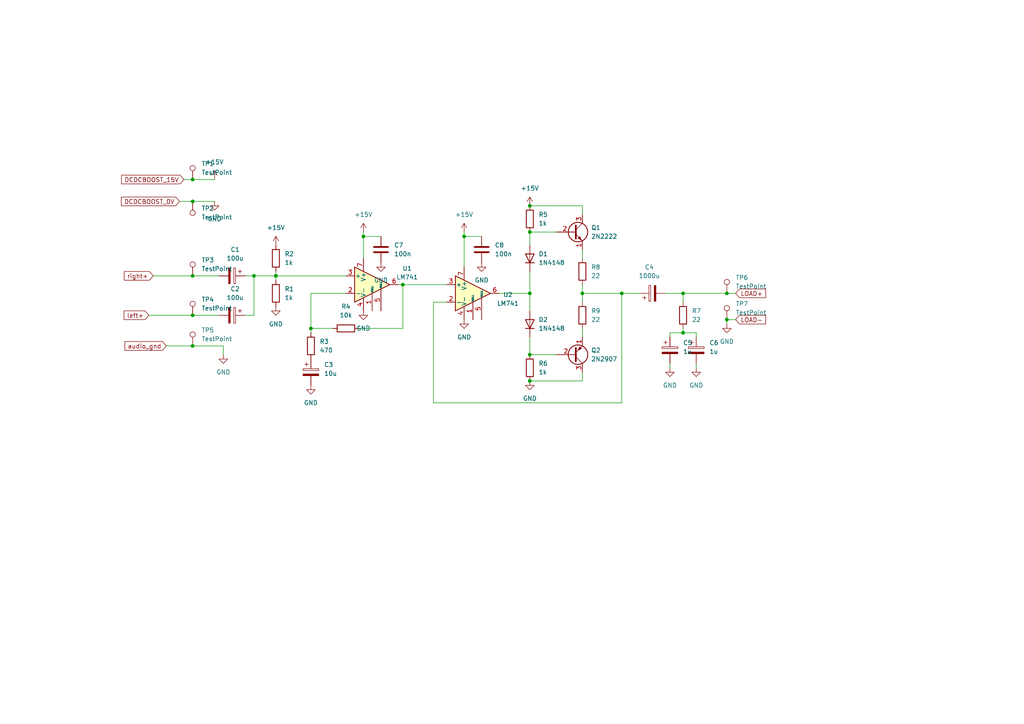
<source format=kicad_sch>
(kicad_sch (version 20211123) (generator eeschema)

  (uuid a297fbfc-fdf2-4fd2-9995-d18a6a784dc2)

  (paper "A4")

  (lib_symbols
    (symbol "Amplifier_Operational:LM741" (pin_names (offset 0.127)) (in_bom yes) (on_board yes)
      (property "Reference" "U" (id 0) (at 0 6.35 0)
        (effects (font (size 1.27 1.27)) (justify left))
      )
      (property "Value" "LM741" (id 1) (at 0 3.81 0)
        (effects (font (size 1.27 1.27)) (justify left))
      )
      (property "Footprint" "" (id 2) (at 1.27 1.27 0)
        (effects (font (size 1.27 1.27)) hide)
      )
      (property "Datasheet" "http://www.ti.com/lit/ds/symlink/lm741.pdf" (id 3) (at 3.81 3.81 0)
        (effects (font (size 1.27 1.27)) hide)
      )
      (property "ki_keywords" "single opamp" (id 4) (at 0 0 0)
        (effects (font (size 1.27 1.27)) hide)
      )
      (property "ki_description" "Operational Amplifier, DIP-8/TO-99-8" (id 5) (at 0 0 0)
        (effects (font (size 1.27 1.27)) hide)
      )
      (property "ki_fp_filters" "SOIC*3.9x4.9mm*P1.27mm* DIP*W7.62mm* TSSOP*3x3mm*P0.65mm*" (id 6) (at 0 0 0)
        (effects (font (size 1.27 1.27)) hide)
      )
      (symbol "LM741_0_1"
        (polyline
          (pts
            (xy -5.08 5.08)
            (xy 5.08 0)
            (xy -5.08 -5.08)
            (xy -5.08 5.08)
          )
          (stroke (width 0.254) (type default) (color 0 0 0 0))
          (fill (type background))
        )
      )
      (symbol "LM741_1_1"
        (pin input line (at 0 -7.62 90) (length 5.08)
          (name "NULL" (effects (font (size 0.508 0.508))))
          (number "1" (effects (font (size 1.27 1.27))))
        )
        (pin input line (at -7.62 -2.54 0) (length 2.54)
          (name "-" (effects (font (size 1.27 1.27))))
          (number "2" (effects (font (size 1.27 1.27))))
        )
        (pin input line (at -7.62 2.54 0) (length 2.54)
          (name "+" (effects (font (size 1.27 1.27))))
          (number "3" (effects (font (size 1.27 1.27))))
        )
        (pin power_in line (at -2.54 -7.62 90) (length 3.81)
          (name "V-" (effects (font (size 1.27 1.27))))
          (number "4" (effects (font (size 1.27 1.27))))
        )
        (pin input line (at 2.54 -7.62 90) (length 6.35)
          (name "NULL" (effects (font (size 0.508 0.508))))
          (number "5" (effects (font (size 1.27 1.27))))
        )
        (pin output line (at 7.62 0 180) (length 2.54)
          (name "~" (effects (font (size 1.27 1.27))))
          (number "6" (effects (font (size 1.27 1.27))))
        )
        (pin power_in line (at -2.54 7.62 270) (length 3.81)
          (name "V+" (effects (font (size 1.27 1.27))))
          (number "7" (effects (font (size 1.27 1.27))))
        )
        (pin no_connect line (at 0 2.54 270) (length 2.54) hide
          (name "NC" (effects (font (size 1.27 1.27))))
          (number "8" (effects (font (size 1.27 1.27))))
        )
      )
    )
    (symbol "Connector:TestPoint" (pin_numbers hide) (pin_names (offset 0.762) hide) (in_bom yes) (on_board yes)
      (property "Reference" "TP" (id 0) (at 0 6.858 0)
        (effects (font (size 1.27 1.27)))
      )
      (property "Value" "TestPoint" (id 1) (at 0 5.08 0)
        (effects (font (size 1.27 1.27)))
      )
      (property "Footprint" "" (id 2) (at 5.08 0 0)
        (effects (font (size 1.27 1.27)) hide)
      )
      (property "Datasheet" "~" (id 3) (at 5.08 0 0)
        (effects (font (size 1.27 1.27)) hide)
      )
      (property "ki_keywords" "test point tp" (id 4) (at 0 0 0)
        (effects (font (size 1.27 1.27)) hide)
      )
      (property "ki_description" "test point" (id 5) (at 0 0 0)
        (effects (font (size 1.27 1.27)) hide)
      )
      (property "ki_fp_filters" "Pin* Test*" (id 6) (at 0 0 0)
        (effects (font (size 1.27 1.27)) hide)
      )
      (symbol "TestPoint_0_1"
        (circle (center 0 3.302) (radius 0.762)
          (stroke (width 0) (type default) (color 0 0 0 0))
          (fill (type none))
        )
      )
      (symbol "TestPoint_1_1"
        (pin passive line (at 0 0 90) (length 2.54)
          (name "1" (effects (font (size 1.27 1.27))))
          (number "1" (effects (font (size 1.27 1.27))))
        )
      )
    )
    (symbol "Device:C" (pin_numbers hide) (pin_names (offset 0.254)) (in_bom yes) (on_board yes)
      (property "Reference" "C" (id 0) (at 0.635 2.54 0)
        (effects (font (size 1.27 1.27)) (justify left))
      )
      (property "Value" "C" (id 1) (at 0.635 -2.54 0)
        (effects (font (size 1.27 1.27)) (justify left))
      )
      (property "Footprint" "" (id 2) (at 0.9652 -3.81 0)
        (effects (font (size 1.27 1.27)) hide)
      )
      (property "Datasheet" "~" (id 3) (at 0 0 0)
        (effects (font (size 1.27 1.27)) hide)
      )
      (property "ki_keywords" "cap capacitor" (id 4) (at 0 0 0)
        (effects (font (size 1.27 1.27)) hide)
      )
      (property "ki_description" "Unpolarized capacitor" (id 5) (at 0 0 0)
        (effects (font (size 1.27 1.27)) hide)
      )
      (property "ki_fp_filters" "C_*" (id 6) (at 0 0 0)
        (effects (font (size 1.27 1.27)) hide)
      )
      (symbol "C_0_1"
        (polyline
          (pts
            (xy -2.032 -0.762)
            (xy 2.032 -0.762)
          )
          (stroke (width 0.508) (type default) (color 0 0 0 0))
          (fill (type none))
        )
        (polyline
          (pts
            (xy -2.032 0.762)
            (xy 2.032 0.762)
          )
          (stroke (width 0.508) (type default) (color 0 0 0 0))
          (fill (type none))
        )
      )
      (symbol "C_1_1"
        (pin passive line (at 0 3.81 270) (length 2.794)
          (name "~" (effects (font (size 1.27 1.27))))
          (number "1" (effects (font (size 1.27 1.27))))
        )
        (pin passive line (at 0 -3.81 90) (length 2.794)
          (name "~" (effects (font (size 1.27 1.27))))
          (number "2" (effects (font (size 1.27 1.27))))
        )
      )
    )
    (symbol "Device:C_Polarized" (pin_numbers hide) (pin_names (offset 0.254)) (in_bom yes) (on_board yes)
      (property "Reference" "C" (id 0) (at 0.635 2.54 0)
        (effects (font (size 1.27 1.27)) (justify left))
      )
      (property "Value" "C_Polarized" (id 1) (at 0.635 -2.54 0)
        (effects (font (size 1.27 1.27)) (justify left))
      )
      (property "Footprint" "" (id 2) (at 0.9652 -3.81 0)
        (effects (font (size 1.27 1.27)) hide)
      )
      (property "Datasheet" "~" (id 3) (at 0 0 0)
        (effects (font (size 1.27 1.27)) hide)
      )
      (property "ki_keywords" "cap capacitor" (id 4) (at 0 0 0)
        (effects (font (size 1.27 1.27)) hide)
      )
      (property "ki_description" "Polarized capacitor" (id 5) (at 0 0 0)
        (effects (font (size 1.27 1.27)) hide)
      )
      (property "ki_fp_filters" "CP_*" (id 6) (at 0 0 0)
        (effects (font (size 1.27 1.27)) hide)
      )
      (symbol "C_Polarized_0_1"
        (rectangle (start -2.286 0.508) (end 2.286 1.016)
          (stroke (width 0) (type default) (color 0 0 0 0))
          (fill (type none))
        )
        (polyline
          (pts
            (xy -1.778 2.286)
            (xy -0.762 2.286)
          )
          (stroke (width 0) (type default) (color 0 0 0 0))
          (fill (type none))
        )
        (polyline
          (pts
            (xy -1.27 2.794)
            (xy -1.27 1.778)
          )
          (stroke (width 0) (type default) (color 0 0 0 0))
          (fill (type none))
        )
        (rectangle (start 2.286 -0.508) (end -2.286 -1.016)
          (stroke (width 0) (type default) (color 0 0 0 0))
          (fill (type outline))
        )
      )
      (symbol "C_Polarized_1_1"
        (pin passive line (at 0 3.81 270) (length 2.794)
          (name "~" (effects (font (size 1.27 1.27))))
          (number "1" (effects (font (size 1.27 1.27))))
        )
        (pin passive line (at 0 -3.81 90) (length 2.794)
          (name "~" (effects (font (size 1.27 1.27))))
          (number "2" (effects (font (size 1.27 1.27))))
        )
      )
    )
    (symbol "Device:R" (pin_numbers hide) (pin_names (offset 0)) (in_bom yes) (on_board yes)
      (property "Reference" "R" (id 0) (at 2.032 0 90)
        (effects (font (size 1.27 1.27)))
      )
      (property "Value" "R" (id 1) (at 0 0 90)
        (effects (font (size 1.27 1.27)))
      )
      (property "Footprint" "" (id 2) (at -1.778 0 90)
        (effects (font (size 1.27 1.27)) hide)
      )
      (property "Datasheet" "~" (id 3) (at 0 0 0)
        (effects (font (size 1.27 1.27)) hide)
      )
      (property "ki_keywords" "R res resistor" (id 4) (at 0 0 0)
        (effects (font (size 1.27 1.27)) hide)
      )
      (property "ki_description" "Resistor" (id 5) (at 0 0 0)
        (effects (font (size 1.27 1.27)) hide)
      )
      (property "ki_fp_filters" "R_*" (id 6) (at 0 0 0)
        (effects (font (size 1.27 1.27)) hide)
      )
      (symbol "R_0_1"
        (rectangle (start -1.016 -2.54) (end 1.016 2.54)
          (stroke (width 0.254) (type default) (color 0 0 0 0))
          (fill (type none))
        )
      )
      (symbol "R_1_1"
        (pin passive line (at 0 3.81 270) (length 1.27)
          (name "~" (effects (font (size 1.27 1.27))))
          (number "1" (effects (font (size 1.27 1.27))))
        )
        (pin passive line (at 0 -3.81 90) (length 1.27)
          (name "~" (effects (font (size 1.27 1.27))))
          (number "2" (effects (font (size 1.27 1.27))))
        )
      )
    )
    (symbol "Diode:1N4148" (pin_numbers hide) (pin_names hide) (in_bom yes) (on_board yes)
      (property "Reference" "D" (id 0) (at 0 2.54 0)
        (effects (font (size 1.27 1.27)))
      )
      (property "Value" "1N4148" (id 1) (at 0 -2.54 0)
        (effects (font (size 1.27 1.27)))
      )
      (property "Footprint" "Diode_THT:D_DO-35_SOD27_P7.62mm_Horizontal" (id 2) (at 0 0 0)
        (effects (font (size 1.27 1.27)) hide)
      )
      (property "Datasheet" "https://assets.nexperia.com/documents/data-sheet/1N4148_1N4448.pdf" (id 3) (at 0 0 0)
        (effects (font (size 1.27 1.27)) hide)
      )
      (property "ki_keywords" "diode" (id 4) (at 0 0 0)
        (effects (font (size 1.27 1.27)) hide)
      )
      (property "ki_description" "100V 0.15A standard switching diode, DO-35" (id 5) (at 0 0 0)
        (effects (font (size 1.27 1.27)) hide)
      )
      (property "ki_fp_filters" "D*DO?35*" (id 6) (at 0 0 0)
        (effects (font (size 1.27 1.27)) hide)
      )
      (symbol "1N4148_0_1"
        (polyline
          (pts
            (xy -1.27 1.27)
            (xy -1.27 -1.27)
          )
          (stroke (width 0.254) (type default) (color 0 0 0 0))
          (fill (type none))
        )
        (polyline
          (pts
            (xy 1.27 0)
            (xy -1.27 0)
          )
          (stroke (width 0) (type default) (color 0 0 0 0))
          (fill (type none))
        )
        (polyline
          (pts
            (xy 1.27 1.27)
            (xy 1.27 -1.27)
            (xy -1.27 0)
            (xy 1.27 1.27)
          )
          (stroke (width 0.254) (type default) (color 0 0 0 0))
          (fill (type none))
        )
      )
      (symbol "1N4148_1_1"
        (pin passive line (at -3.81 0 0) (length 2.54)
          (name "K" (effects (font (size 1.27 1.27))))
          (number "1" (effects (font (size 1.27 1.27))))
        )
        (pin passive line (at 3.81 0 180) (length 2.54)
          (name "A" (effects (font (size 1.27 1.27))))
          (number "2" (effects (font (size 1.27 1.27))))
        )
      )
    )
    (symbol "Transistor_BJT:BC327" (pin_names (offset 0) hide) (in_bom yes) (on_board yes)
      (property "Reference" "Q2" (id 0) (at 5.08 1.2701 0)
        (effects (font (size 1.27 1.27)) (justify left))
      )
      (property "Value" "2N2907" (id 1) (at 5.08 -1.2699 0)
        (effects (font (size 1.27 1.27)) (justify left))
      )
      (property "Footprint" "Package_TO_SOT_THT:TO-18-3" (id 2) (at 5.08 1.905 0)
        (effects (font (size 1.27 1.27) italic) (justify left) hide)
      )
      (property "Datasheet" "http://www.onsemi.com/pub_link/Collateral/BC327-D.PDF" (id 3) (at 0 0 0)
        (effects (font (size 1.27 1.27)) (justify left) hide)
      )
      (property "ki_keywords" "PNP Transistor" (id 4) (at 0 0 0)
        (effects (font (size 1.27 1.27)) hide)
      )
      (property "ki_description" "0.8A Ic, 45V Vce, PNP Transistor, TO-92" (id 5) (at 0 0 0)
        (effects (font (size 1.27 1.27)) hide)
      )
      (property "ki_fp_filters" "TO?92*" (id 6) (at 0 0 0)
        (effects (font (size 1.27 1.27)) hide)
      )
      (symbol "BC327_0_1"
        (polyline
          (pts
            (xy 0.635 0.635)
            (xy 2.54 2.54)
          )
          (stroke (width 0) (type default) (color 0 0 0 0))
          (fill (type none))
        )
        (polyline
          (pts
            (xy 0.635 -0.635)
            (xy 2.54 -2.54)
            (xy 2.54 -2.54)
          )
          (stroke (width 0) (type default) (color 0 0 0 0))
          (fill (type none))
        )
        (polyline
          (pts
            (xy 0.635 1.905)
            (xy 0.635 -1.905)
            (xy 0.635 -1.905)
          )
          (stroke (width 0.508) (type default) (color 0 0 0 0))
          (fill (type none))
        )
        (polyline
          (pts
            (xy 2.286 -1.778)
            (xy 1.778 -2.286)
            (xy 1.27 -1.27)
            (xy 2.286 -1.778)
            (xy 2.286 -1.778)
          )
          (stroke (width 0) (type default) (color 0 0 0 0))
          (fill (type outline))
        )
        (circle (center 1.27 0) (radius 2.8194)
          (stroke (width 0.254) (type default) (color 0 0 0 0))
          (fill (type none))
        )
      )
      (symbol "BC327_1_1"
        (pin passive line (at 2.54 -5.08 90) (length 2.54)
          (name "E" (effects (font (size 1.27 1.27))))
          (number "1" (effects (font (size 1.27 1.27))))
        )
        (pin input line (at -5.08 0 0) (length 5.715)
          (name "B" (effects (font (size 1.27 1.27))))
          (number "2" (effects (font (size 1.27 1.27))))
        )
        (pin passive line (at 2.54 5.08 270) (length 2.54)
          (name "C" (effects (font (size 1.27 1.27))))
          (number "3" (effects (font (size 1.27 1.27))))
        )
      )
    )
    (symbol "Transistor_BJT:BC337" (pin_names (offset 0) hide) (in_bom yes) (on_board yes)
      (property "Reference" "Q1" (id 0) (at 5.08 1.2701 0)
        (effects (font (size 1.27 1.27)) (justify left))
      )
      (property "Value" "2N2222" (id 1) (at 5.08 -1.2699 0)
        (effects (font (size 1.27 1.27)) (justify left))
      )
      (property "Footprint" "Package_TO_SOT_THT:TO-18-3" (id 2) (at 5.08 -1.905 0)
        (effects (font (size 1.27 1.27) italic) (justify left) hide)
      )
      (property "Datasheet" "https://diotec.com/tl_files/diotec/files/pdf/datasheets/bc337.pdf" (id 3) (at 0 0 0)
        (effects (font (size 1.27 1.27)) (justify left) hide)
      )
      (property "ki_keywords" "NPN Transistor" (id 4) (at 0 0 0)
        (effects (font (size 1.27 1.27)) hide)
      )
      (property "ki_description" "0.8A Ic, 45V Vce, NPN Transistor, TO-92" (id 5) (at 0 0 0)
        (effects (font (size 1.27 1.27)) hide)
      )
      (property "ki_fp_filters" "TO?92*" (id 6) (at 0 0 0)
        (effects (font (size 1.27 1.27)) hide)
      )
      (symbol "BC337_0_1"
        (polyline
          (pts
            (xy 0 0)
            (xy 0.635 0)
          )
          (stroke (width 0) (type default) (color 0 0 0 0))
          (fill (type none))
        )
        (polyline
          (pts
            (xy 0.635 0.635)
            (xy 2.54 2.54)
          )
          (stroke (width 0) (type default) (color 0 0 0 0))
          (fill (type none))
        )
        (polyline
          (pts
            (xy 0.635 -0.635)
            (xy 2.54 -2.54)
            (xy 2.54 -2.54)
          )
          (stroke (width 0) (type default) (color 0 0 0 0))
          (fill (type none))
        )
        (polyline
          (pts
            (xy 0.635 1.905)
            (xy 0.635 -1.905)
            (xy 0.635 -1.905)
          )
          (stroke (width 0.508) (type default) (color 0 0 0 0))
          (fill (type none))
        )
        (polyline
          (pts
            (xy 1.27 -1.778)
            (xy 1.778 -1.27)
            (xy 2.286 -2.286)
            (xy 1.27 -1.778)
            (xy 1.27 -1.778)
          )
          (stroke (width 0) (type default) (color 0 0 0 0))
          (fill (type outline))
        )
        (circle (center 1.27 0) (radius 2.8194)
          (stroke (width 0.254) (type default) (color 0 0 0 0))
          (fill (type none))
        )
      )
      (symbol "BC337_1_1"
        (pin passive line (at 2.54 -5.08 90) (length 2.54)
          (name "E" (effects (font (size 1.27 1.27))))
          (number "1" (effects (font (size 1.27 1.27))))
        )
        (pin input line (at -5.08 0 0) (length 5.08)
          (name "B" (effects (font (size 1.27 1.27))))
          (number "2" (effects (font (size 1.27 1.27))))
        )
        (pin passive line (at 2.54 5.08 270) (length 2.54)
          (name "C" (effects (font (size 1.27 1.27))))
          (number "3" (effects (font (size 1.27 1.27))))
        )
      )
    )
    (symbol "power:+15V" (power) (pin_names (offset 0)) (in_bom yes) (on_board yes)
      (property "Reference" "#PWR" (id 0) (at 0 -3.81 0)
        (effects (font (size 1.27 1.27)) hide)
      )
      (property "Value" "+15V" (id 1) (at 0 3.556 0)
        (effects (font (size 1.27 1.27)))
      )
      (property "Footprint" "" (id 2) (at 0 0 0)
        (effects (font (size 1.27 1.27)) hide)
      )
      (property "Datasheet" "" (id 3) (at 0 0 0)
        (effects (font (size 1.27 1.27)) hide)
      )
      (property "ki_keywords" "power-flag" (id 4) (at 0 0 0)
        (effects (font (size 1.27 1.27)) hide)
      )
      (property "ki_description" "Power symbol creates a global label with name \"+15V\"" (id 5) (at 0 0 0)
        (effects (font (size 1.27 1.27)) hide)
      )
      (symbol "+15V_0_1"
        (polyline
          (pts
            (xy -0.762 1.27)
            (xy 0 2.54)
          )
          (stroke (width 0) (type default) (color 0 0 0 0))
          (fill (type none))
        )
        (polyline
          (pts
            (xy 0 0)
            (xy 0 2.54)
          )
          (stroke (width 0) (type default) (color 0 0 0 0))
          (fill (type none))
        )
        (polyline
          (pts
            (xy 0 2.54)
            (xy 0.762 1.27)
          )
          (stroke (width 0) (type default) (color 0 0 0 0))
          (fill (type none))
        )
      )
      (symbol "+15V_1_1"
        (pin power_in line (at 0 0 90) (length 0) hide
          (name "+15V" (effects (font (size 1.27 1.27))))
          (number "1" (effects (font (size 1.27 1.27))))
        )
      )
    )
    (symbol "power:GND" (power) (pin_names (offset 0)) (in_bom yes) (on_board yes)
      (property "Reference" "#PWR" (id 0) (at 0 -6.35 0)
        (effects (font (size 1.27 1.27)) hide)
      )
      (property "Value" "GND" (id 1) (at 0 -3.81 0)
        (effects (font (size 1.27 1.27)))
      )
      (property "Footprint" "" (id 2) (at 0 0 0)
        (effects (font (size 1.27 1.27)) hide)
      )
      (property "Datasheet" "" (id 3) (at 0 0 0)
        (effects (font (size 1.27 1.27)) hide)
      )
      (property "ki_keywords" "power-flag" (id 4) (at 0 0 0)
        (effects (font (size 1.27 1.27)) hide)
      )
      (property "ki_description" "Power symbol creates a global label with name \"GND\" , ground" (id 5) (at 0 0 0)
        (effects (font (size 1.27 1.27)) hide)
      )
      (symbol "GND_0_1"
        (polyline
          (pts
            (xy 0 0)
            (xy 0 -1.27)
            (xy 1.27 -1.27)
            (xy 0 -2.54)
            (xy -1.27 -1.27)
            (xy 0 -1.27)
          )
          (stroke (width 0) (type default) (color 0 0 0 0))
          (fill (type none))
        )
      )
      (symbol "GND_1_1"
        (pin power_in line (at 0 0 270) (length 0) hide
          (name "GND" (effects (font (size 1.27 1.27))))
          (number "1" (effects (font (size 1.27 1.27))))
        )
      )
    )
  )

  (junction (at 210.82 85.09) (diameter 0) (color 0 0 0 0)
    (uuid 11240268-8162-489c-a262-c06a1a0d58c9)
  )
  (junction (at 180.34 85.09) (diameter 0) (color 0 0 0 0)
    (uuid 11c1bdf7-9e9f-45f5-9853-6c9180797da6)
  )
  (junction (at 55.88 58.42) (diameter 0) (color 0 0 0 0)
    (uuid 1479af4e-9a5b-446c-8b8e-068bc1414d0d)
  )
  (junction (at 153.67 110.49) (diameter 0) (color 0 0 0 0)
    (uuid 176bf9cf-d0e9-42af-8207-374a8012d64a)
  )
  (junction (at 134.62 68.58) (diameter 0) (color 0 0 0 0)
    (uuid 2d78dc58-20ec-4a24-b1f4-b2277ac1a83c)
  )
  (junction (at 90.17 95.25) (diameter 0) (color 0 0 0 0)
    (uuid 4891a4d3-f380-4d97-8bef-1f759b6f6bf6)
  )
  (junction (at 80.01 80.01) (diameter 0) (color 0 0 0 0)
    (uuid 76df43ad-9c07-4ec3-ac0e-6c44c7f4326f)
  )
  (junction (at 198.12 96.52) (diameter 0) (color 0 0 0 0)
    (uuid 7cbab9b2-e9a8-478e-b3eb-b002f7cf7aff)
  )
  (junction (at 153.67 85.09) (diameter 0) (color 0 0 0 0)
    (uuid 8416e732-e479-4f84-b964-889a42cf250b)
  )
  (junction (at 168.91 85.09) (diameter 0) (color 0 0 0 0)
    (uuid 8d4e81f5-8884-448f-82b3-facb64e5b170)
  )
  (junction (at 116.84 82.55) (diameter 0) (color 0 0 0 0)
    (uuid 92e29438-ed07-418a-a38b-8eea8f9fbcb9)
  )
  (junction (at 210.82 92.71) (diameter 0) (color 0 0 0 0)
    (uuid 966c009d-8bea-44ac-885e-6293f17ddfe1)
  )
  (junction (at 55.88 100.33) (diameter 0) (color 0 0 0 0)
    (uuid 99e18299-43b2-4452-8f82-ca400349607c)
  )
  (junction (at 198.12 85.09) (diameter 0) (color 0 0 0 0)
    (uuid a163b7c9-d665-44da-a475-6cf24cc38d11)
  )
  (junction (at 153.67 102.87) (diameter 0) (color 0 0 0 0)
    (uuid ac55f929-8b50-47d8-9eb8-3ead6a3d246b)
  )
  (junction (at 153.67 59.69) (diameter 0) (color 0 0 0 0)
    (uuid b5bf8694-4d62-447e-a4aa-5dca2aede6f6)
  )
  (junction (at 153.67 67.31) (diameter 0) (color 0 0 0 0)
    (uuid c11a0e95-e32b-4e91-9098-778e4e7faead)
  )
  (junction (at 55.88 80.01) (diameter 0) (color 0 0 0 0)
    (uuid caf91a95-d59c-4384-a8e0-31ba42d3a109)
  )
  (junction (at 55.88 52.07) (diameter 0) (color 0 0 0 0)
    (uuid d1919ebb-c4b2-49d4-b709-4adcc81f3d93)
  )
  (junction (at 73.66 80.01) (diameter 0) (color 0 0 0 0)
    (uuid dbeca8ef-5dd4-45e3-af17-8620fb9fe4fa)
  )
  (junction (at 55.88 91.44) (diameter 0) (color 0 0 0 0)
    (uuid f351ea61-28ae-4cb4-8d6b-144c827a56f5)
  )
  (junction (at 105.41 68.58) (diameter 0) (color 0 0 0 0)
    (uuid fd7840de-4979-4b21-baee-ad5a0be97fcb)
  )

  (wire (pts (xy 100.33 85.09) (xy 90.17 85.09))
    (stroke (width 0) (type default) (color 0 0 0 0))
    (uuid 020ca0a7-dd46-4df6-8f95-e4d9f3bd5a5d)
  )
  (wire (pts (xy 134.62 67.31) (xy 134.62 68.58))
    (stroke (width 0) (type default) (color 0 0 0 0))
    (uuid 030e3ba9-52bc-467c-a0d3-ce19fc98ec48)
  )
  (wire (pts (xy 80.01 80.01) (xy 100.33 80.01))
    (stroke (width 0) (type default) (color 0 0 0 0))
    (uuid 0cfcf534-b78d-42f6-a6d4-7f03f5d43382)
  )
  (wire (pts (xy 43.18 91.44) (xy 55.88 91.44))
    (stroke (width 0) (type default) (color 0 0 0 0))
    (uuid 0f1248c6-4ee1-4036-be0f-6f51f4be34a8)
  )
  (wire (pts (xy 168.91 82.55) (xy 168.91 85.09))
    (stroke (width 0) (type default) (color 0 0 0 0))
    (uuid 113a0947-d2b7-451b-b4af-b590de4ce919)
  )
  (wire (pts (xy 153.67 110.49) (xy 168.91 110.49))
    (stroke (width 0) (type default) (color 0 0 0 0))
    (uuid 1af9fede-e3ce-4249-ac4d-d9d93eb03db1)
  )
  (wire (pts (xy 64.77 100.33) (xy 64.77 102.87))
    (stroke (width 0) (type default) (color 0 0 0 0))
    (uuid 1b9c9c40-cefc-4a53-8cd8-3686b14ff110)
  )
  (wire (pts (xy 105.41 68.58) (xy 105.41 74.93))
    (stroke (width 0) (type default) (color 0 0 0 0))
    (uuid 1ff1ae0d-501b-4041-b859-f19dfe7f80df)
  )
  (wire (pts (xy 201.93 105.41) (xy 201.93 106.68))
    (stroke (width 0) (type default) (color 0 0 0 0))
    (uuid 20d52f6d-ab9e-47ef-a8ce-5dc3cfa02d90)
  )
  (wire (pts (xy 194.31 96.52) (xy 198.12 96.52))
    (stroke (width 0) (type default) (color 0 0 0 0))
    (uuid 21106ca9-2696-4ce7-b79e-973498ce3bfa)
  )
  (wire (pts (xy 168.91 85.09) (xy 180.34 85.09))
    (stroke (width 0) (type default) (color 0 0 0 0))
    (uuid 2129b40c-5776-447b-8903-47583105f43d)
  )
  (wire (pts (xy 168.91 85.09) (xy 168.91 87.63))
    (stroke (width 0) (type default) (color 0 0 0 0))
    (uuid 21444e21-fdaf-41df-b913-32a34d18f076)
  )
  (wire (pts (xy 55.88 58.42) (xy 62.23 58.42))
    (stroke (width 0) (type default) (color 0 0 0 0))
    (uuid 2146f339-f7a5-4ce2-a96d-e739a89f3a9a)
  )
  (wire (pts (xy 180.34 85.09) (xy 185.42 85.09))
    (stroke (width 0) (type default) (color 0 0 0 0))
    (uuid 23f3ff55-66bb-46fd-b2e5-b4b51ecb7ef4)
  )
  (wire (pts (xy 52.07 58.42) (xy 55.88 58.42))
    (stroke (width 0) (type default) (color 0 0 0 0))
    (uuid 24b3e931-31ca-49e0-b52b-c0392e47ff3d)
  )
  (wire (pts (xy 201.93 96.52) (xy 201.93 97.79))
    (stroke (width 0) (type default) (color 0 0 0 0))
    (uuid 2a994446-1ca0-4b87-94ab-656ef9defcd2)
  )
  (wire (pts (xy 153.67 71.12) (xy 153.67 67.31))
    (stroke (width 0) (type default) (color 0 0 0 0))
    (uuid 34a30199-f2cd-4083-b7b1-f72e55e3b291)
  )
  (wire (pts (xy 90.17 95.25) (xy 90.17 96.52))
    (stroke (width 0) (type default) (color 0 0 0 0))
    (uuid 35132fb5-a2b4-4279-a048-aa9f75e4ebe8)
  )
  (wire (pts (xy 168.91 72.39) (xy 168.91 74.93))
    (stroke (width 0) (type default) (color 0 0 0 0))
    (uuid 36dfaaad-5ccb-4022-8593-2413c8f6f0c7)
  )
  (wire (pts (xy 153.67 102.87) (xy 161.29 102.87))
    (stroke (width 0) (type default) (color 0 0 0 0))
    (uuid 38fcb841-7a43-42f3-90e6-de143a3c0324)
  )
  (wire (pts (xy 210.82 85.09) (xy 213.36 85.09))
    (stroke (width 0) (type default) (color 0 0 0 0))
    (uuid 39df6dfc-2cb6-4e40-a829-042d5aa754e8)
  )
  (wire (pts (xy 153.67 85.09) (xy 153.67 90.17))
    (stroke (width 0) (type default) (color 0 0 0 0))
    (uuid 3a086088-5012-4071-b4a9-579f01a3752e)
  )
  (wire (pts (xy 125.73 87.63) (xy 125.73 116.84))
    (stroke (width 0) (type default) (color 0 0 0 0))
    (uuid 3a30ceec-e47a-4613-966b-f882652b20c8)
  )
  (wire (pts (xy 55.88 80.01) (xy 63.5 80.01))
    (stroke (width 0) (type default) (color 0 0 0 0))
    (uuid 3c518ee9-a277-4f1f-b5bf-21be07949fd6)
  )
  (wire (pts (xy 55.88 100.33) (xy 64.77 100.33))
    (stroke (width 0) (type default) (color 0 0 0 0))
    (uuid 3fbf2f96-bc04-4777-9425-e239b919d7f7)
  )
  (wire (pts (xy 53.34 52.07) (xy 55.88 52.07))
    (stroke (width 0) (type default) (color 0 0 0 0))
    (uuid 48fb8c7f-be7c-4e4a-96e2-9e4972df760a)
  )
  (wire (pts (xy 168.91 95.25) (xy 168.91 97.79))
    (stroke (width 0) (type default) (color 0 0 0 0))
    (uuid 4e7cf6d4-eda0-45f9-a422-124eb9592bee)
  )
  (wire (pts (xy 129.54 87.63) (xy 125.73 87.63))
    (stroke (width 0) (type default) (color 0 0 0 0))
    (uuid 5e36da37-046a-4497-85e9-91b6c871f88c)
  )
  (wire (pts (xy 193.04 85.09) (xy 198.12 85.09))
    (stroke (width 0) (type default) (color 0 0 0 0))
    (uuid 69411df3-1b33-4bc4-8b3a-6e79190f1aed)
  )
  (wire (pts (xy 153.67 67.31) (xy 161.29 67.31))
    (stroke (width 0) (type default) (color 0 0 0 0))
    (uuid 6e38891c-f949-4359-b956-b9a367f0560f)
  )
  (wire (pts (xy 96.52 95.25) (xy 90.17 95.25))
    (stroke (width 0) (type default) (color 0 0 0 0))
    (uuid 6f8a0eb4-5101-46c4-bcc6-5d83b851f2ae)
  )
  (wire (pts (xy 153.67 78.74) (xy 153.67 85.09))
    (stroke (width 0) (type default) (color 0 0 0 0))
    (uuid 797b7e5a-7ee3-4bd2-b867-fb29f39e1b66)
  )
  (wire (pts (xy 55.88 91.44) (xy 63.5 91.44))
    (stroke (width 0) (type default) (color 0 0 0 0))
    (uuid 7bef9505-5c3a-41a7-9546-874492f662d4)
  )
  (wire (pts (xy 198.12 95.25) (xy 198.12 96.52))
    (stroke (width 0) (type default) (color 0 0 0 0))
    (uuid 82ddf1f4-dab3-4a34-b42c-b28d4e3183d2)
  )
  (wire (pts (xy 105.41 68.58) (xy 110.49 68.58))
    (stroke (width 0) (type default) (color 0 0 0 0))
    (uuid 86e01287-93cc-4215-81d9-008a1981bbc5)
  )
  (wire (pts (xy 168.91 62.23) (xy 168.91 59.69))
    (stroke (width 0) (type default) (color 0 0 0 0))
    (uuid 8c5d06fb-572c-48b8-939c-f7f968d4ba5c)
  )
  (wire (pts (xy 73.66 80.01) (xy 73.66 91.44))
    (stroke (width 0) (type default) (color 0 0 0 0))
    (uuid 92bed13a-b56d-4e75-a0bf-f289e8e18f8d)
  )
  (wire (pts (xy 194.31 105.41) (xy 194.31 106.68))
    (stroke (width 0) (type default) (color 0 0 0 0))
    (uuid 93200b41-9685-4b7a-9dea-135268983bfa)
  )
  (wire (pts (xy 210.82 92.71) (xy 210.82 93.98))
    (stroke (width 0) (type default) (color 0 0 0 0))
    (uuid 95812990-cee7-453c-be24-0ae6beba3369)
  )
  (wire (pts (xy 105.41 67.31) (xy 105.41 68.58))
    (stroke (width 0) (type default) (color 0 0 0 0))
    (uuid 96e8be4f-3f2d-4208-ad89-e159775e71e8)
  )
  (wire (pts (xy 48.26 100.33) (xy 55.88 100.33))
    (stroke (width 0) (type default) (color 0 0 0 0))
    (uuid 9ba03986-80de-43e2-a24a-e57b21b64e91)
  )
  (wire (pts (xy 80.01 78.74) (xy 80.01 80.01))
    (stroke (width 0) (type default) (color 0 0 0 0))
    (uuid 9bf3ad9f-f9ab-46f5-b0f4-8e1f60aa5e26)
  )
  (wire (pts (xy 153.67 97.79) (xy 153.67 102.87))
    (stroke (width 0) (type default) (color 0 0 0 0))
    (uuid a397535b-e0ca-4015-a53d-f11f3ca824e3)
  )
  (wire (pts (xy 198.12 96.52) (xy 201.93 96.52))
    (stroke (width 0) (type default) (color 0 0 0 0))
    (uuid a5369e4e-0393-45d6-b237-300ed1582861)
  )
  (wire (pts (xy 125.73 116.84) (xy 180.34 116.84))
    (stroke (width 0) (type default) (color 0 0 0 0))
    (uuid abd6446b-87a6-40dc-be3b-989924004797)
  )
  (wire (pts (xy 55.88 52.07) (xy 62.23 52.07))
    (stroke (width 0) (type default) (color 0 0 0 0))
    (uuid b0b3773b-8bed-4b44-be6e-01c3b26af5fd)
  )
  (wire (pts (xy 71.12 80.01) (xy 73.66 80.01))
    (stroke (width 0) (type default) (color 0 0 0 0))
    (uuid b2edb9ab-0e9a-41e0-a976-472322fea10b)
  )
  (wire (pts (xy 116.84 82.55) (xy 129.54 82.55))
    (stroke (width 0) (type default) (color 0 0 0 0))
    (uuid b448495d-96da-4c69-b046-83a232df705e)
  )
  (wire (pts (xy 194.31 97.79) (xy 194.31 96.52))
    (stroke (width 0) (type default) (color 0 0 0 0))
    (uuid bb3b4077-ef66-43a1-808c-2a7c81f12f97)
  )
  (wire (pts (xy 134.62 68.58) (xy 134.62 77.47))
    (stroke (width 0) (type default) (color 0 0 0 0))
    (uuid bdab9447-f668-42e9-a155-5de84573ed0f)
  )
  (wire (pts (xy 116.84 95.25) (xy 104.14 95.25))
    (stroke (width 0) (type default) (color 0 0 0 0))
    (uuid c08c3c71-87a0-489c-9e40-74f391f9a6d2)
  )
  (wire (pts (xy 115.57 82.55) (xy 116.84 82.55))
    (stroke (width 0) (type default) (color 0 0 0 0))
    (uuid c133e2c8-03d7-4673-8ca8-eaede6a23e9f)
  )
  (wire (pts (xy 44.45 80.01) (xy 55.88 80.01))
    (stroke (width 0) (type default) (color 0 0 0 0))
    (uuid c82c632c-3f63-4a78-b51d-de8ff46b2a5a)
  )
  (wire (pts (xy 80.01 80.01) (xy 80.01 81.28))
    (stroke (width 0) (type default) (color 0 0 0 0))
    (uuid cca530ff-a76e-4a35-95a2-87c5bf956bb9)
  )
  (wire (pts (xy 168.91 107.95) (xy 168.91 110.49))
    (stroke (width 0) (type default) (color 0 0 0 0))
    (uuid d46b1b97-02ad-482d-a851-6bb6d3aa3c26)
  )
  (wire (pts (xy 90.17 85.09) (xy 90.17 95.25))
    (stroke (width 0) (type default) (color 0 0 0 0))
    (uuid d46b2d53-dd03-43ee-bafe-bccd91b920d9)
  )
  (wire (pts (xy 144.78 85.09) (xy 153.67 85.09))
    (stroke (width 0) (type default) (color 0 0 0 0))
    (uuid e06742da-2e73-47a8-b6c2-302362728251)
  )
  (wire (pts (xy 71.12 91.44) (xy 73.66 91.44))
    (stroke (width 0) (type default) (color 0 0 0 0))
    (uuid eb6bb476-5840-4157-b979-0262e14e76fe)
  )
  (wire (pts (xy 180.34 116.84) (xy 180.34 85.09))
    (stroke (width 0) (type default) (color 0 0 0 0))
    (uuid ed67ddbc-58c4-478a-a88f-4351660d352e)
  )
  (wire (pts (xy 198.12 85.09) (xy 210.82 85.09))
    (stroke (width 0) (type default) (color 0 0 0 0))
    (uuid f23cd05b-75a3-485f-b83d-69b6311a9caf)
  )
  (wire (pts (xy 73.66 80.01) (xy 80.01 80.01))
    (stroke (width 0) (type default) (color 0 0 0 0))
    (uuid f42dfd9d-9ddb-43f3-8885-133d768f0074)
  )
  (wire (pts (xy 198.12 85.09) (xy 198.12 87.63))
    (stroke (width 0) (type default) (color 0 0 0 0))
    (uuid f46dfca0-b200-4fca-a696-ef85e58e2d75)
  )
  (wire (pts (xy 134.62 68.58) (xy 139.7 68.58))
    (stroke (width 0) (type default) (color 0 0 0 0))
    (uuid f5cf93f3-cb84-4157-81d4-8374065a54a1)
  )
  (wire (pts (xy 213.36 92.71) (xy 210.82 92.71))
    (stroke (width 0) (type default) (color 0 0 0 0))
    (uuid f8fecb4e-d8bc-45dc-8511-50fd8ae4ca4c)
  )
  (wire (pts (xy 116.84 82.55) (xy 116.84 95.25))
    (stroke (width 0) (type default) (color 0 0 0 0))
    (uuid fb57105f-599c-46ed-93cf-b090b3e93079)
  )
  (wire (pts (xy 153.67 59.69) (xy 168.91 59.69))
    (stroke (width 0) (type default) (color 0 0 0 0))
    (uuid ff8a644e-89ff-47a7-b679-195e5452f1ea)
  )

  (global_label "audio_gnd" (shape input) (at 48.26 100.33 180) (fields_autoplaced)
    (effects (font (size 1.27 1.27)) (justify right))
    (uuid 19ddd3c0-b0e5-4dad-b912-ec06e9e0dcf5)
    (property "Intersheet References" "${INTERSHEET_REFS}" (id 0) (at 36.2312 100.2506 0)
      (effects (font (size 1.27 1.27)) (justify right) hide)
    )
  )
  (global_label "DCDCBOOST_15V" (shape input) (at 53.34 52.07 180) (fields_autoplaced)
    (effects (font (size 1.27 1.27)) (justify right))
    (uuid 1ee2cac8-3c2b-4c6e-81db-a995117ed34d)
    (property "Intersheet References" "${INTERSHEET_REFS}" (id 0) (at 35.2636 51.9906 0)
      (effects (font (size 1.27 1.27)) (justify right) hide)
    )
  )
  (global_label "DCDCBOOST_0V" (shape input) (at 52.07 58.42 180) (fields_autoplaced)
    (effects (font (size 1.27 1.27)) (justify right))
    (uuid 50ad445d-689e-4c57-a43e-ec507d4e9f63)
    (property "Intersheet References" "${INTERSHEET_REFS}" (id 0) (at 35.2031 58.3406 0)
      (effects (font (size 1.27 1.27)) (justify right) hide)
    )
  )
  (global_label "right+" (shape input) (at 44.45 80.01 180) (fields_autoplaced)
    (effects (font (size 1.27 1.27)) (justify right))
    (uuid 705c3574-aaf7-44a7-96ce-bf48a02181f4)
    (property "Intersheet References" "${INTERSHEET_REFS}" (id 0) (at 36.0498 79.9306 0)
      (effects (font (size 1.27 1.27)) (justify right) hide)
    )
  )
  (global_label "LOAD-" (shape input) (at 213.36 92.71 0) (fields_autoplaced)
    (effects (font (size 1.27 1.27)) (justify left))
    (uuid 823ae1ea-5842-47b6-a9c8-a87c8f53c09a)
    (property "Intersheet References" "${INTERSHEET_REFS}" (id 0) (at 222.0626 92.6306 0)
      (effects (font (size 1.27 1.27)) (justify left) hide)
    )
  )
  (global_label "left+" (shape input) (at 43.18 91.44 180) (fields_autoplaced)
    (effects (font (size 1.27 1.27)) (justify right))
    (uuid c8111d23-859a-4eab-b91c-0ea53c491298)
    (property "Intersheet References" "${INTERSHEET_REFS}" (id 0) (at 35.9893 91.3606 0)
      (effects (font (size 1.27 1.27)) (justify right) hide)
    )
  )
  (global_label "LOAD+" (shape input) (at 213.36 85.09 0) (fields_autoplaced)
    (effects (font (size 1.27 1.27)) (justify left))
    (uuid d2a15b12-0a76-42e6-ad01-b83a0a93314c)
    (property "Intersheet References" "${INTERSHEET_REFS}" (id 0) (at 222.0626 85.0106 0)
      (effects (font (size 1.27 1.27)) (justify left) hide)
    )
  )

  (symbol (lib_id "Device:C_Polarized") (at 67.31 80.01 270) (unit 1)
    (in_bom yes) (on_board yes) (fields_autoplaced)
    (uuid 0026911d-2578-4e62-9b97-93f5e33e3333)
    (property "Reference" "C1" (id 0) (at 68.199 72.39 90))
    (property "Value" "100u" (id 1) (at 68.199 74.93 90))
    (property "Footprint" "Capacitor_THT:CP_Radial_D6.3mm_P2.50mm" (id 2) (at 63.5 80.9752 0)
      (effects (font (size 1.27 1.27)) hide)
    )
    (property "Datasheet" "~" (id 3) (at 67.31 80.01 0)
      (effects (font (size 1.27 1.27)) hide)
    )
    (pin "1" (uuid feb61ca0-e485-4927-953f-2258c64a0ac2))
    (pin "2" (uuid 9aabd8ad-ad04-4cee-a109-9a8203120c5a))
  )

  (symbol (lib_id "Connector:TestPoint") (at 55.88 52.07 0) (unit 1)
    (in_bom yes) (on_board yes) (fields_autoplaced)
    (uuid 05996de8-18f1-4705-ae2c-98ca51efe961)
    (property "Reference" "TP1" (id 0) (at 58.42 47.4979 0)
      (effects (font (size 1.27 1.27)) (justify left))
    )
    (property "Value" "TestPoint" (id 1) (at 58.42 50.0379 0)
      (effects (font (size 1.27 1.27)) (justify left))
    )
    (property "Footprint" "TestPoint:TestPoint_Pad_2.5x2.5mm" (id 2) (at 60.96 52.07 0)
      (effects (font (size 1.27 1.27)) hide)
    )
    (property "Datasheet" "~" (id 3) (at 60.96 52.07 0)
      (effects (font (size 1.27 1.27)) hide)
    )
    (pin "1" (uuid 1225886b-7919-4d95-9e5c-df6410d0002c))
  )

  (symbol (lib_id "Diode:1N4148") (at 153.67 93.98 90) (unit 1)
    (in_bom yes) (on_board yes) (fields_autoplaced)
    (uuid 0acb7f12-7088-4031-a0fa-e0ee8dcefb85)
    (property "Reference" "D2" (id 0) (at 156.21 92.7099 90)
      (effects (font (size 1.27 1.27)) (justify right))
    )
    (property "Value" "1N4148" (id 1) (at 156.21 95.2499 90)
      (effects (font (size 1.27 1.27)) (justify right))
    )
    (property "Footprint" "Diode_THT:D_DO-35_SOD27_P7.62mm_Horizontal" (id 2) (at 153.67 93.98 0)
      (effects (font (size 1.27 1.27)) hide)
    )
    (property "Datasheet" "https://assets.nexperia.com/documents/data-sheet/1N4148_1N4448.pdf" (id 3) (at 153.67 93.98 0)
      (effects (font (size 1.27 1.27)) hide)
    )
    (pin "1" (uuid b4ee8739-75e7-404a-83d7-e17e345a8abc))
    (pin "2" (uuid d5f56ab5-178b-4aad-b45f-6a54326e915e))
  )

  (symbol (lib_id "power:+15V") (at 105.41 67.31 0) (unit 1)
    (in_bom yes) (on_board yes) (fields_autoplaced)
    (uuid 13028187-58e9-4361-b102-121be962eae4)
    (property "Reference" "#PWR0105" (id 0) (at 105.41 71.12 0)
      (effects (font (size 1.27 1.27)) hide)
    )
    (property "Value" "+15V" (id 1) (at 105.41 62.23 0))
    (property "Footprint" "" (id 2) (at 105.41 67.31 0)
      (effects (font (size 1.27 1.27)) hide)
    )
    (property "Datasheet" "" (id 3) (at 105.41 67.31 0)
      (effects (font (size 1.27 1.27)) hide)
    )
    (pin "1" (uuid c22a5f16-b302-45c5-a1f6-272d643231d5))
  )

  (symbol (lib_id "power:GND") (at 64.77 102.87 0) (unit 1)
    (in_bom yes) (on_board yes) (fields_autoplaced)
    (uuid 1d824e3a-878d-4df7-afbd-6870224146a5)
    (property "Reference" "#PWR0117" (id 0) (at 64.77 109.22 0)
      (effects (font (size 1.27 1.27)) hide)
    )
    (property "Value" "GND" (id 1) (at 64.77 107.95 0))
    (property "Footprint" "" (id 2) (at 64.77 102.87 0)
      (effects (font (size 1.27 1.27)) hide)
    )
    (property "Datasheet" "" (id 3) (at 64.77 102.87 0)
      (effects (font (size 1.27 1.27)) hide)
    )
    (pin "1" (uuid dcb5e361-98e8-40e1-bd23-8328a2619fa1))
  )

  (symbol (lib_id "Device:R") (at 153.67 63.5 0) (unit 1)
    (in_bom yes) (on_board yes) (fields_autoplaced)
    (uuid 1f64a2ee-f907-4cb6-bcef-48ed29a7e7ff)
    (property "Reference" "R5" (id 0) (at 156.21 62.2299 0)
      (effects (font (size 1.27 1.27)) (justify left))
    )
    (property "Value" "1k" (id 1) (at 156.21 64.7699 0)
      (effects (font (size 1.27 1.27)) (justify left))
    )
    (property "Footprint" "Resistor_THT:R_Axial_DIN0207_L6.3mm_D2.5mm_P10.16mm_Horizontal" (id 2) (at 151.892 63.5 90)
      (effects (font (size 1.27 1.27)) hide)
    )
    (property "Datasheet" "~" (id 3) (at 153.67 63.5 0)
      (effects (font (size 1.27 1.27)) hide)
    )
    (pin "1" (uuid 513bb215-8e1e-4a4e-89c7-67473519f7d1))
    (pin "2" (uuid a3742b08-bced-4cfb-b05f-7750c8607c48))
  )

  (symbol (lib_id "Amplifier_Operational:LM741") (at 137.16 85.09 0) (unit 1)
    (in_bom yes) (on_board yes)
    (uuid 230996fa-ebcb-4f8e-b432-be34045eabcb)
    (property "Reference" "U2" (id 0) (at 147.32 85.471 0))
    (property "Value" "LM741" (id 1) (at 147.32 88.011 0))
    (property "Footprint" "Package_DIP:DIP-8_W7.62mm_LongPads" (id 2) (at 138.43 83.82 0)
      (effects (font (size 1.27 1.27)) hide)
    )
    (property "Datasheet" "http://www.ti.com/lit/ds/symlink/lm741.pdf" (id 3) (at 140.97 81.28 0)
      (effects (font (size 1.27 1.27)) hide)
    )
    (pin "1" (uuid 70e88654-67e3-443a-83c4-1a0ff2a59fac))
    (pin "2" (uuid c2968817-6807-4f89-a469-acd4a758db1f))
    (pin "3" (uuid 6214436a-90f3-406a-ad8c-05ad87f0b10b))
    (pin "4" (uuid be17ad34-d13b-49dd-8570-452f294ec6fb))
    (pin "5" (uuid 291e9ef4-c647-4a7c-a7b5-bcd13e2bc927))
    (pin "6" (uuid bb395dc0-cc91-48a2-952a-39b610950f53))
    (pin "7" (uuid 043e4d90-ab12-4eb0-bb4c-f408411d7207))
    (pin "8" (uuid 90da91f1-d775-4bf9-96b8-65f90b245dde))
  )

  (symbol (lib_id "Connector:TestPoint") (at 55.88 91.44 0) (unit 1)
    (in_bom yes) (on_board yes) (fields_autoplaced)
    (uuid 239e1076-a713-4bca-bcdb-8da4651cae66)
    (property "Reference" "TP4" (id 0) (at 58.42 86.8679 0)
      (effects (font (size 1.27 1.27)) (justify left))
    )
    (property "Value" "TestPoint" (id 1) (at 58.42 89.4079 0)
      (effects (font (size 1.27 1.27)) (justify left))
    )
    (property "Footprint" "TestPoint:TestPoint_Pad_2.5x2.5mm" (id 2) (at 60.96 91.44 0)
      (effects (font (size 1.27 1.27)) hide)
    )
    (property "Datasheet" "~" (id 3) (at 60.96 91.44 0)
      (effects (font (size 1.27 1.27)) hide)
    )
    (pin "1" (uuid 0d94bb25-1ee5-4275-9af5-6c50d41635b4))
  )

  (symbol (lib_id "Device:R") (at 100.33 95.25 90) (unit 1)
    (in_bom yes) (on_board yes) (fields_autoplaced)
    (uuid 2c4b8f6a-5e3a-4f9d-a8f8-64686ee11c58)
    (property "Reference" "R4" (id 0) (at 100.33 88.9 90))
    (property "Value" "10k" (id 1) (at 100.33 91.44 90))
    (property "Footprint" "Resistor_THT:R_Axial_DIN0207_L6.3mm_D2.5mm_P10.16mm_Horizontal" (id 2) (at 100.33 97.028 90)
      (effects (font (size 1.27 1.27)) hide)
    )
    (property "Datasheet" "~" (id 3) (at 100.33 95.25 0)
      (effects (font (size 1.27 1.27)) hide)
    )
    (pin "1" (uuid 040eee7f-5b7e-437f-ad8f-afaba54b9dc1))
    (pin "2" (uuid ceff3ab0-2ccd-45ec-92f7-13de2c1e9841))
  )

  (symbol (lib_id "Connector:TestPoint") (at 210.82 92.71 0) (unit 1)
    (in_bom yes) (on_board yes) (fields_autoplaced)
    (uuid 2d82d561-67aa-41a7-a2ff-1851f584fa7f)
    (property "Reference" "TP7" (id 0) (at 213.36 88.1379 0)
      (effects (font (size 1.27 1.27)) (justify left))
    )
    (property "Value" "TestPoint" (id 1) (at 213.36 90.6779 0)
      (effects (font (size 1.27 1.27)) (justify left))
    )
    (property "Footprint" "TestPoint:TestPoint_Pad_2.5x2.5mm" (id 2) (at 215.9 92.71 0)
      (effects (font (size 1.27 1.27)) hide)
    )
    (property "Datasheet" "~" (id 3) (at 215.9 92.71 0)
      (effects (font (size 1.27 1.27)) hide)
    )
    (pin "1" (uuid db188d2a-88bd-420a-a202-d36b0ec0e3f5))
  )

  (symbol (lib_id "power:GND") (at 201.93 106.68 0) (unit 1)
    (in_bom yes) (on_board yes) (fields_autoplaced)
    (uuid 2d9feb7c-5806-4b89-a5bf-afca29c35c5f)
    (property "Reference" "#PWR0112" (id 0) (at 201.93 113.03 0)
      (effects (font (size 1.27 1.27)) hide)
    )
    (property "Value" "GND" (id 1) (at 201.93 111.76 0))
    (property "Footprint" "" (id 2) (at 201.93 106.68 0)
      (effects (font (size 1.27 1.27)) hide)
    )
    (property "Datasheet" "" (id 3) (at 201.93 106.68 0)
      (effects (font (size 1.27 1.27)) hide)
    )
    (pin "1" (uuid 5aaa1ebe-f9d9-4299-8c33-35c88689b31f))
  )

  (symbol (lib_id "power:GND") (at 134.62 92.71 0) (unit 1)
    (in_bom yes) (on_board yes) (fields_autoplaced)
    (uuid 3bb55173-9fd4-44b7-9bfd-c5f7139919ce)
    (property "Reference" "#PWR0109" (id 0) (at 134.62 99.06 0)
      (effects (font (size 1.27 1.27)) hide)
    )
    (property "Value" "GND" (id 1) (at 134.62 97.79 0))
    (property "Footprint" "" (id 2) (at 134.62 92.71 0)
      (effects (font (size 1.27 1.27)) hide)
    )
    (property "Datasheet" "" (id 3) (at 134.62 92.71 0)
      (effects (font (size 1.27 1.27)) hide)
    )
    (pin "1" (uuid e8a7cd32-6a74-4931-8b3d-ef338c688cc2))
  )

  (symbol (lib_id "Transistor_BJT:BC337") (at 166.37 67.31 0) (unit 1)
    (in_bom yes) (on_board yes) (fields_autoplaced)
    (uuid 3d6ff013-c11d-4383-b46f-0f52367c48db)
    (property "Reference" "Q1" (id 0) (at 171.45 66.0399 0)
      (effects (font (size 1.27 1.27)) (justify left))
    )
    (property "Value" "2N2222" (id 1) (at 171.45 68.5799 0)
      (effects (font (size 1.27 1.27)) (justify left))
    )
    (property "Footprint" "Package_TO_SOT_THT:TO-18-3" (id 2) (at 171.45 69.215 0)
      (effects (font (size 1.27 1.27) italic) (justify left) hide)
    )
    (property "Datasheet" "https://diotec.com/tl_files/diotec/files/pdf/datasheets/bc337.pdf" (id 3) (at 166.37 67.31 0)
      (effects (font (size 1.27 1.27)) (justify left) hide)
    )
    (pin "1" (uuid 5beaebd0-6429-41d3-a675-cafa836b02d9))
    (pin "2" (uuid 56c7f4d4-5c32-4bb0-ad16-aee459fc3eb8))
    (pin "3" (uuid 375c39c7-8d12-40da-a8ab-513b368ad5fd))
  )

  (symbol (lib_id "Connector:TestPoint") (at 55.88 58.42 180) (unit 1)
    (in_bom yes) (on_board yes) (fields_autoplaced)
    (uuid 3e53f1a8-7ff4-4e29-8582-d86fc61836a7)
    (property "Reference" "TP2" (id 0) (at 58.42 60.4519 0)
      (effects (font (size 1.27 1.27)) (justify right))
    )
    (property "Value" "TestPoint" (id 1) (at 58.42 62.9919 0)
      (effects (font (size 1.27 1.27)) (justify right))
    )
    (property "Footprint" "TestPoint:TestPoint_Pad_2.5x2.5mm" (id 2) (at 50.8 58.42 0)
      (effects (font (size 1.27 1.27)) hide)
    )
    (property "Datasheet" "~" (id 3) (at 50.8 58.42 0)
      (effects (font (size 1.27 1.27)) hide)
    )
    (pin "1" (uuid af677380-772c-4691-9ae4-aaec095e2c6b))
  )

  (symbol (lib_id "Connector:TestPoint") (at 55.88 80.01 0) (unit 1)
    (in_bom yes) (on_board yes) (fields_autoplaced)
    (uuid 480beb84-8ee4-46d7-89be-afce3d106a2e)
    (property "Reference" "TP3" (id 0) (at 58.42 75.4379 0)
      (effects (font (size 1.27 1.27)) (justify left))
    )
    (property "Value" "TestPoint" (id 1) (at 58.42 77.9779 0)
      (effects (font (size 1.27 1.27)) (justify left))
    )
    (property "Footprint" "TestPoint:TestPoint_Pad_2.5x2.5mm" (id 2) (at 60.96 80.01 0)
      (effects (font (size 1.27 1.27)) hide)
    )
    (property "Datasheet" "~" (id 3) (at 60.96 80.01 0)
      (effects (font (size 1.27 1.27)) hide)
    )
    (pin "1" (uuid e03bd2b1-e5fc-4462-bbb8-1ff13d045e93))
  )

  (symbol (lib_id "Device:C_Polarized") (at 189.23 85.09 90) (unit 1)
    (in_bom yes) (on_board yes) (fields_autoplaced)
    (uuid 4af7cba1-148c-4902-bec7-77762829f03b)
    (property "Reference" "C4" (id 0) (at 188.341 77.47 90))
    (property "Value" "1000u" (id 1) (at 188.341 80.01 90))
    (property "Footprint" "Capacitor_THT:CP_Radial_D10.0mm_P5.00mm" (id 2) (at 193.04 84.1248 0)
      (effects (font (size 1.27 1.27)) hide)
    )
    (property "Datasheet" "~" (id 3) (at 189.23 85.09 0)
      (effects (font (size 1.27 1.27)) hide)
    )
    (pin "1" (uuid 6d77ab1c-d7c2-41e8-b642-11eb3e11db13))
    (pin "2" (uuid f6e98cbe-566e-4f58-b89d-3ea841e5f726))
  )

  (symbol (lib_id "power:GND") (at 153.67 110.49 0) (unit 1)
    (in_bom yes) (on_board yes) (fields_autoplaced)
    (uuid 4b3139ef-145b-47c0-9788-4c9964e56634)
    (property "Reference" "#PWR0111" (id 0) (at 153.67 116.84 0)
      (effects (font (size 1.27 1.27)) hide)
    )
    (property "Value" "GND" (id 1) (at 153.67 115.57 0))
    (property "Footprint" "" (id 2) (at 153.67 110.49 0)
      (effects (font (size 1.27 1.27)) hide)
    )
    (property "Datasheet" "" (id 3) (at 153.67 110.49 0)
      (effects (font (size 1.27 1.27)) hide)
    )
    (pin "1" (uuid 01997294-322a-42be-8078-eb25b655aa8d))
  )

  (symbol (lib_id "Device:R") (at 168.91 91.44 0) (unit 1)
    (in_bom yes) (on_board yes) (fields_autoplaced)
    (uuid 5163f94c-3f70-4b49-aae4-59cdc22560f4)
    (property "Reference" "R9" (id 0) (at 171.45 90.1699 0)
      (effects (font (size 1.27 1.27)) (justify left))
    )
    (property "Value" "22" (id 1) (at 171.45 92.7099 0)
      (effects (font (size 1.27 1.27)) (justify left))
    )
    (property "Footprint" "Resistor_THT:R_Axial_DIN0207_L6.3mm_D2.5mm_P10.16mm_Horizontal" (id 2) (at 167.132 91.44 90)
      (effects (font (size 1.27 1.27)) hide)
    )
    (property "Datasheet" "~" (id 3) (at 168.91 91.44 0)
      (effects (font (size 1.27 1.27)) hide)
    )
    (pin "1" (uuid 28e76e6b-041c-4469-a3c9-ef549550e807))
    (pin "2" (uuid 748b9f22-4513-40be-85f0-db392e9bfbb0))
  )

  (symbol (lib_id "Device:C_Polarized") (at 201.93 101.6 0) (unit 1)
    (in_bom yes) (on_board yes) (fields_autoplaced)
    (uuid 5c926366-0c66-41d7-8ee0-694ff4d38a14)
    (property "Reference" "C6" (id 0) (at 205.74 99.4409 0)
      (effects (font (size 1.27 1.27)) (justify left))
    )
    (property "Value" "1u" (id 1) (at 205.74 101.9809 0)
      (effects (font (size 1.27 1.27)) (justify left))
    )
    (property "Footprint" "Capacitor_THT:CP_Radial_D4.0mm_P1.50mm" (id 2) (at 202.8952 105.41 0)
      (effects (font (size 1.27 1.27)) hide)
    )
    (property "Datasheet" "~" (id 3) (at 201.93 101.6 0)
      (effects (font (size 1.27 1.27)) hide)
    )
    (pin "1" (uuid 88470858-3e4c-4aab-83cd-431e9c902b6a))
    (pin "2" (uuid d3a1db1e-43b8-4cb6-84fc-58f0e33762b3))
  )

  (symbol (lib_id "power:GND") (at 110.49 76.2 0) (unit 1)
    (in_bom yes) (on_board yes) (fields_autoplaced)
    (uuid 6250292e-7985-4c15-96b5-eb619052a25f)
    (property "Reference" "#PWR0102" (id 0) (at 110.49 82.55 0)
      (effects (font (size 1.27 1.27)) hide)
    )
    (property "Value" "GND" (id 1) (at 110.49 81.28 0))
    (property "Footprint" "" (id 2) (at 110.49 76.2 0)
      (effects (font (size 1.27 1.27)) hide)
    )
    (property "Datasheet" "" (id 3) (at 110.49 76.2 0)
      (effects (font (size 1.27 1.27)) hide)
    )
    (pin "1" (uuid 07519967-3d5c-4029-8e33-166332540a86))
  )

  (symbol (lib_id "Device:C_Polarized") (at 194.31 101.6 0) (unit 1)
    (in_bom yes) (on_board yes) (fields_autoplaced)
    (uuid 682199b0-4c81-4c17-a9e8-92cf3855286f)
    (property "Reference" "C5" (id 0) (at 198.12 99.4409 0)
      (effects (font (size 1.27 1.27)) (justify left))
    )
    (property "Value" "1u" (id 1) (at 198.12 101.9809 0)
      (effects (font (size 1.27 1.27)) (justify left))
    )
    (property "Footprint" "Capacitor_THT:CP_Radial_D4.0mm_P2.00mm" (id 2) (at 195.2752 105.41 0)
      (effects (font (size 1.27 1.27)) hide)
    )
    (property "Datasheet" "~" (id 3) (at 194.31 101.6 0)
      (effects (font (size 1.27 1.27)) hide)
    )
    (pin "1" (uuid a4b11152-815e-4802-8842-c55254129cc3))
    (pin "2" (uuid 6c0074a5-02cc-47b2-bfbc-bec82778810d))
  )

  (symbol (lib_id "power:GND") (at 210.82 93.98 0) (unit 1)
    (in_bom yes) (on_board yes) (fields_autoplaced)
    (uuid 6a5d9249-78bc-4975-ae8b-04c5be4df428)
    (property "Reference" "#PWR0114" (id 0) (at 210.82 100.33 0)
      (effects (font (size 1.27 1.27)) hide)
    )
    (property "Value" "GND" (id 1) (at 210.82 99.06 0))
    (property "Footprint" "" (id 2) (at 210.82 93.98 0)
      (effects (font (size 1.27 1.27)) hide)
    )
    (property "Datasheet" "" (id 3) (at 210.82 93.98 0)
      (effects (font (size 1.27 1.27)) hide)
    )
    (pin "1" (uuid a5daf4dd-0c9a-4963-be2d-3b1139985a2e))
  )

  (symbol (lib_id "Device:R") (at 90.17 100.33 0) (unit 1)
    (in_bom yes) (on_board yes) (fields_autoplaced)
    (uuid 6e1803f5-248f-4ee3-aa7c-4eebaa1744a9)
    (property "Reference" "R3" (id 0) (at 92.71 99.0599 0)
      (effects (font (size 1.27 1.27)) (justify left))
    )
    (property "Value" "470" (id 1) (at 92.71 101.5999 0)
      (effects (font (size 1.27 1.27)) (justify left))
    )
    (property "Footprint" "Resistor_THT:R_Axial_DIN0207_L6.3mm_D2.5mm_P10.16mm_Horizontal" (id 2) (at 88.392 100.33 90)
      (effects (font (size 1.27 1.27)) hide)
    )
    (property "Datasheet" "~" (id 3) (at 90.17 100.33 0)
      (effects (font (size 1.27 1.27)) hide)
    )
    (pin "1" (uuid 7fc828e2-60a7-4738-86ff-aa9da31c0ac0))
    (pin "2" (uuid 5da3732e-d73f-4514-a34c-217b41fec6d0))
  )

  (symbol (lib_id "Device:R") (at 80.01 74.93 0) (unit 1)
    (in_bom yes) (on_board yes) (fields_autoplaced)
    (uuid 6ec0dc5f-c442-46b8-8509-39f64ec9620c)
    (property "Reference" "R2" (id 0) (at 82.55 73.6599 0)
      (effects (font (size 1.27 1.27)) (justify left))
    )
    (property "Value" "1k" (id 1) (at 82.55 76.1999 0)
      (effects (font (size 1.27 1.27)) (justify left))
    )
    (property "Footprint" "Resistor_THT:R_Axial_DIN0207_L6.3mm_D2.5mm_P10.16mm_Horizontal" (id 2) (at 78.232 74.93 90)
      (effects (font (size 1.27 1.27)) hide)
    )
    (property "Datasheet" "~" (id 3) (at 80.01 74.93 0)
      (effects (font (size 1.27 1.27)) hide)
    )
    (pin "1" (uuid 47a5a6a0-9d05-47c2-bb1d-c404f234ec32))
    (pin "2" (uuid 89cc8c36-8642-472e-b644-46b51d9ec3a1))
  )

  (symbol (lib_id "Device:R") (at 198.12 91.44 0) (unit 1)
    (in_bom yes) (on_board yes) (fields_autoplaced)
    (uuid 74002313-d5de-42b4-8c12-7d7c54b0b53a)
    (property "Reference" "R7" (id 0) (at 200.66 90.1699 0)
      (effects (font (size 1.27 1.27)) (justify left))
    )
    (property "Value" "22" (id 1) (at 200.66 92.7099 0)
      (effects (font (size 1.27 1.27)) (justify left))
    )
    (property "Footprint" "Resistor_THT:R_Axial_DIN0207_L6.3mm_D2.5mm_P10.16mm_Horizontal" (id 2) (at 196.342 91.44 90)
      (effects (font (size 1.27 1.27)) hide)
    )
    (property "Datasheet" "~" (id 3) (at 198.12 91.44 0)
      (effects (font (size 1.27 1.27)) hide)
    )
    (pin "1" (uuid fd253045-d883-4bd9-8811-9d2e485b1b64))
    (pin "2" (uuid 9f55c20a-d7ce-44ee-b61f-8735961625df))
  )

  (symbol (lib_id "Transistor_BJT:BC327") (at 166.37 102.87 0) (mirror x) (unit 1)
    (in_bom yes) (on_board yes) (fields_autoplaced)
    (uuid 7a977f9d-af0b-4483-9314-8d7d6d9c4191)
    (property "Reference" "Q2" (id 0) (at 171.45 101.5999 0)
      (effects (font (size 1.27 1.27)) (justify left))
    )
    (property "Value" "2N2907" (id 1) (at 171.45 104.1399 0)
      (effects (font (size 1.27 1.27)) (justify left))
    )
    (property "Footprint" "Package_TO_SOT_THT:TO-18-3" (id 2) (at 171.45 104.775 0)
      (effects (font (size 1.27 1.27) italic) (justify left) hide)
    )
    (property "Datasheet" "http://www.onsemi.com/pub_link/Collateral/BC327-D.PDF" (id 3) (at 166.37 102.87 0)
      (effects (font (size 1.27 1.27)) (justify left) hide)
    )
    (pin "1" (uuid 7f42bc14-9746-452e-8649-b80a07f9ed37))
    (pin "2" (uuid b1283ded-ddaa-40d8-881e-412231d644df))
    (pin "3" (uuid 78bd28bd-dcb7-4399-acc5-96efc207c545))
  )

  (symbol (lib_id "power:GND") (at 194.31 106.68 0) (unit 1)
    (in_bom yes) (on_board yes) (fields_autoplaced)
    (uuid 7fec8c9b-a1e7-4d28-bbdb-7252a12bcea9)
    (property "Reference" "#PWR0113" (id 0) (at 194.31 113.03 0)
      (effects (font (size 1.27 1.27)) hide)
    )
    (property "Value" "GND" (id 1) (at 194.31 111.76 0))
    (property "Footprint" "" (id 2) (at 194.31 106.68 0)
      (effects (font (size 1.27 1.27)) hide)
    )
    (property "Datasheet" "" (id 3) (at 194.31 106.68 0)
      (effects (font (size 1.27 1.27)) hide)
    )
    (pin "1" (uuid 7d95a1f2-292b-43cc-bb69-fac0e03839b9))
  )

  (symbol (lib_id "power:+15V") (at 62.23 52.07 0) (unit 1)
    (in_bom yes) (on_board yes) (fields_autoplaced)
    (uuid 8e98e4c6-e479-4a93-a1ad-a2c351149fee)
    (property "Reference" "#PWR0116" (id 0) (at 62.23 55.88 0)
      (effects (font (size 1.27 1.27)) hide)
    )
    (property "Value" "+15V" (id 1) (at 62.23 46.99 0))
    (property "Footprint" "" (id 2) (at 62.23 52.07 0)
      (effects (font (size 1.27 1.27)) hide)
    )
    (property "Datasheet" "" (id 3) (at 62.23 52.07 0)
      (effects (font (size 1.27 1.27)) hide)
    )
    (pin "1" (uuid 8d0f5ac2-5577-48f2-869f-da6cdc2be08b))
  )

  (symbol (lib_id "Connector:TestPoint") (at 210.82 85.09 0) (unit 1)
    (in_bom yes) (on_board yes) (fields_autoplaced)
    (uuid 8f8d08b3-72dd-4028-a1a1-531daba61466)
    (property "Reference" "TP6" (id 0) (at 213.36 80.5179 0)
      (effects (font (size 1.27 1.27)) (justify left))
    )
    (property "Value" "TestPoint" (id 1) (at 213.36 83.0579 0)
      (effects (font (size 1.27 1.27)) (justify left))
    )
    (property "Footprint" "TestPoint:TestPoint_Pad_2.5x2.5mm" (id 2) (at 215.9 85.09 0)
      (effects (font (size 1.27 1.27)) hide)
    )
    (property "Datasheet" "~" (id 3) (at 215.9 85.09 0)
      (effects (font (size 1.27 1.27)) hide)
    )
    (pin "1" (uuid d33f1674-7c9e-4e16-8bbc-b8f2b07e4344))
  )

  (symbol (lib_id "power:+15V") (at 153.67 59.69 0) (unit 1)
    (in_bom yes) (on_board yes) (fields_autoplaced)
    (uuid 97d271a1-c492-44fe-933c-3009b0c6a094)
    (property "Reference" "#PWR0107" (id 0) (at 153.67 63.5 0)
      (effects (font (size 1.27 1.27)) hide)
    )
    (property "Value" "+15V" (id 1) (at 153.67 54.61 0))
    (property "Footprint" "" (id 2) (at 153.67 59.69 0)
      (effects (font (size 1.27 1.27)) hide)
    )
    (property "Datasheet" "" (id 3) (at 153.67 59.69 0)
      (effects (font (size 1.27 1.27)) hide)
    )
    (pin "1" (uuid 43b18597-3234-4146-96ea-6343e3b58c41))
  )

  (symbol (lib_id "Connector:TestPoint") (at 55.88 100.33 0) (unit 1)
    (in_bom yes) (on_board yes) (fields_autoplaced)
    (uuid 99a37569-7aae-41d6-b1c9-a93398bf15a2)
    (property "Reference" "TP5" (id 0) (at 58.42 95.7579 0)
      (effects (font (size 1.27 1.27)) (justify left))
    )
    (property "Value" "TestPoint" (id 1) (at 58.42 98.2979 0)
      (effects (font (size 1.27 1.27)) (justify left))
    )
    (property "Footprint" "TestPoint:TestPoint_Pad_2.5x2.5mm" (id 2) (at 60.96 100.33 0)
      (effects (font (size 1.27 1.27)) hide)
    )
    (property "Datasheet" "~" (id 3) (at 60.96 100.33 0)
      (effects (font (size 1.27 1.27)) hide)
    )
    (pin "1" (uuid ac6091b4-c51d-43d6-a483-5811fcc45f4b))
  )

  (symbol (lib_id "power:GND") (at 105.41 90.17 0) (unit 1)
    (in_bom yes) (on_board yes) (fields_autoplaced)
    (uuid a1945bc6-aacf-4c6d-a85c-b593c40cc279)
    (property "Reference" "#PWR0101" (id 0) (at 105.41 96.52 0)
      (effects (font (size 1.27 1.27)) hide)
    )
    (property "Value" "GND" (id 1) (at 105.41 95.25 0))
    (property "Footprint" "" (id 2) (at 105.41 90.17 0)
      (effects (font (size 1.27 1.27)) hide)
    )
    (property "Datasheet" "" (id 3) (at 105.41 90.17 0)
      (effects (font (size 1.27 1.27)) hide)
    )
    (pin "1" (uuid aed76026-0b65-4db4-8282-19ef563e51d6))
  )

  (symbol (lib_id "Amplifier_Operational:LM741") (at 107.95 82.55 0) (unit 1)
    (in_bom yes) (on_board yes) (fields_autoplaced)
    (uuid a725860f-7f46-44ee-8880-d697b6c40379)
    (property "Reference" "U1" (id 0) (at 118.11 77.851 0))
    (property "Value" "LM741" (id 1) (at 118.11 80.391 0))
    (property "Footprint" "Package_DIP:DIP-8_W7.62mm_LongPads" (id 2) (at 109.22 81.28 0)
      (effects (font (size 1.27 1.27)) hide)
    )
    (property "Datasheet" "http://www.ti.com/lit/ds/symlink/lm741.pdf" (id 3) (at 111.76 78.74 0)
      (effects (font (size 1.27 1.27)) hide)
    )
    (pin "1" (uuid a309a466-cbe8-4a41-8f70-6e1b274f4179))
    (pin "2" (uuid b22219eb-74ff-469d-b34b-656add76a3d9))
    (pin "3" (uuid 2445520f-ca76-418f-9196-59d70554b507))
    (pin "4" (uuid 760e3cd3-3be8-4adb-b347-74390f7a51a7))
    (pin "5" (uuid 9faa311c-267d-4785-ab30-5404a23dc2a3))
    (pin "6" (uuid f422fd87-17de-4c43-b2f9-34f370676e15))
    (pin "7" (uuid 11372053-9c2d-471b-b4a6-81ae8b144d36))
    (pin "8" (uuid c5e3000f-89e9-4fe5-bcde-96120cd40972))
  )

  (symbol (lib_id "power:+15V") (at 80.01 71.12 0) (unit 1)
    (in_bom yes) (on_board yes) (fields_autoplaced)
    (uuid a956e864-1ae8-47f5-8954-b85ce94ab135)
    (property "Reference" "#PWR0104" (id 0) (at 80.01 74.93 0)
      (effects (font (size 1.27 1.27)) hide)
    )
    (property "Value" "+15V" (id 1) (at 80.01 66.04 0))
    (property "Footprint" "" (id 2) (at 80.01 71.12 0)
      (effects (font (size 1.27 1.27)) hide)
    )
    (property "Datasheet" "" (id 3) (at 80.01 71.12 0)
      (effects (font (size 1.27 1.27)) hide)
    )
    (pin "1" (uuid a40fc0f9-a036-4573-a697-ba008c417a80))
  )

  (symbol (lib_id "power:GND") (at 139.7 76.2 0) (unit 1)
    (in_bom yes) (on_board yes) (fields_autoplaced)
    (uuid aab74b6f-6065-41ff-a47e-28b8f3fe0023)
    (property "Reference" "#PWR0110" (id 0) (at 139.7 82.55 0)
      (effects (font (size 1.27 1.27)) hide)
    )
    (property "Value" "GND" (id 1) (at 139.7 81.28 0))
    (property "Footprint" "" (id 2) (at 139.7 76.2 0)
      (effects (font (size 1.27 1.27)) hide)
    )
    (property "Datasheet" "" (id 3) (at 139.7 76.2 0)
      (effects (font (size 1.27 1.27)) hide)
    )
    (pin "1" (uuid 6fbcf4f0-48c9-4683-9400-2a62d3a50d0d))
  )

  (symbol (lib_id "Device:C_Polarized") (at 90.17 107.95 0) (unit 1)
    (in_bom yes) (on_board yes) (fields_autoplaced)
    (uuid b950b018-dd49-441b-8755-3837948dff0d)
    (property "Reference" "C3" (id 0) (at 93.98 105.7909 0)
      (effects (font (size 1.27 1.27)) (justify left))
    )
    (property "Value" "10u" (id 1) (at 93.98 108.3309 0)
      (effects (font (size 1.27 1.27)) (justify left))
    )
    (property "Footprint" "Capacitor_THT:CP_Radial_D4.0mm_P2.00mm" (id 2) (at 91.1352 111.76 0)
      (effects (font (size 1.27 1.27)) hide)
    )
    (property "Datasheet" "~" (id 3) (at 90.17 107.95 0)
      (effects (font (size 1.27 1.27)) hide)
    )
    (pin "1" (uuid 38b87d7c-c21c-4e53-8301-9d62f9cb7958))
    (pin "2" (uuid c5040a50-a6d1-4159-99c7-1b091f58f40d))
  )

  (symbol (lib_id "Device:C_Polarized") (at 67.31 91.44 270) (unit 1)
    (in_bom yes) (on_board yes) (fields_autoplaced)
    (uuid bd94c5e9-1822-41d6-b385-b5732611961a)
    (property "Reference" "C2" (id 0) (at 68.199 83.82 90))
    (property "Value" "100u" (id 1) (at 68.199 86.36 90))
    (property "Footprint" "Capacitor_THT:CP_Radial_D6.3mm_P2.50mm" (id 2) (at 63.5 92.4052 0)
      (effects (font (size 1.27 1.27)) hide)
    )
    (property "Datasheet" "~" (id 3) (at 67.31 91.44 0)
      (effects (font (size 1.27 1.27)) hide)
    )
    (pin "1" (uuid d214b9de-36a0-4fa8-afd2-0bd1fd24fa62))
    (pin "2" (uuid f747466b-9a09-407a-9bc1-7745dd636971))
  )

  (symbol (lib_id "Device:R") (at 153.67 106.68 0) (unit 1)
    (in_bom yes) (on_board yes) (fields_autoplaced)
    (uuid c933e67d-c8f0-4806-8255-06b44038881c)
    (property "Reference" "R6" (id 0) (at 156.21 105.4099 0)
      (effects (font (size 1.27 1.27)) (justify left))
    )
    (property "Value" "1k" (id 1) (at 156.21 107.9499 0)
      (effects (font (size 1.27 1.27)) (justify left))
    )
    (property "Footprint" "Resistor_THT:R_Axial_DIN0207_L6.3mm_D2.5mm_P10.16mm_Horizontal" (id 2) (at 151.892 106.68 90)
      (effects (font (size 1.27 1.27)) hide)
    )
    (property "Datasheet" "~" (id 3) (at 153.67 106.68 0)
      (effects (font (size 1.27 1.27)) hide)
    )
    (pin "1" (uuid 8d8c07e5-c9cc-41c5-b0bc-ab403e6b22ef))
    (pin "2" (uuid e0b252c0-fc4d-4001-bff5-e34ce53aab88))
  )

  (symbol (lib_id "Device:R") (at 80.01 85.09 0) (unit 1)
    (in_bom yes) (on_board yes) (fields_autoplaced)
    (uuid ca93c926-98a0-4b37-b0c4-3b59ac4e33f7)
    (property "Reference" "R1" (id 0) (at 82.55 83.8199 0)
      (effects (font (size 1.27 1.27)) (justify left))
    )
    (property "Value" "1k" (id 1) (at 82.55 86.3599 0)
      (effects (font (size 1.27 1.27)) (justify left))
    )
    (property "Footprint" "Resistor_THT:R_Axial_DIN0207_L6.3mm_D2.5mm_P10.16mm_Horizontal" (id 2) (at 78.232 85.09 90)
      (effects (font (size 1.27 1.27)) hide)
    )
    (property "Datasheet" "~" (id 3) (at 80.01 85.09 0)
      (effects (font (size 1.27 1.27)) hide)
    )
    (pin "1" (uuid 366bea16-9352-4d35-ba42-bbc1d53d039a))
    (pin "2" (uuid a21e3823-2746-42b7-936b-af49cd7d37cd))
  )

  (symbol (lib_id "power:+15V") (at 134.62 67.31 0) (unit 1)
    (in_bom yes) (on_board yes) (fields_autoplaced)
    (uuid d40c8039-cdbc-4a7f-9fa4-be470289af2f)
    (property "Reference" "#PWR0108" (id 0) (at 134.62 71.12 0)
      (effects (font (size 1.27 1.27)) hide)
    )
    (property "Value" "+15V" (id 1) (at 134.62 62.23 0))
    (property "Footprint" "" (id 2) (at 134.62 67.31 0)
      (effects (font (size 1.27 1.27)) hide)
    )
    (property "Datasheet" "" (id 3) (at 134.62 67.31 0)
      (effects (font (size 1.27 1.27)) hide)
    )
    (pin "1" (uuid c2773587-7ec4-44a1-abf3-434ad3abff6d))
  )

  (symbol (lib_id "Device:C") (at 110.49 72.39 0) (unit 1)
    (in_bom yes) (on_board yes) (fields_autoplaced)
    (uuid d590bac2-c274-4380-82ed-e5e3d71a1af0)
    (property "Reference" "C7" (id 0) (at 114.3 71.1199 0)
      (effects (font (size 1.27 1.27)) (justify left))
    )
    (property "Value" "100n" (id 1) (at 114.3 73.6599 0)
      (effects (font (size 1.27 1.27)) (justify left))
    )
    (property "Footprint" "Capacitor_THT:C_Rect_L7.0mm_W2.5mm_P5.00mm" (id 2) (at 111.4552 76.2 0)
      (effects (font (size 1.27 1.27)) hide)
    )
    (property "Datasheet" "~" (id 3) (at 110.49 72.39 0)
      (effects (font (size 1.27 1.27)) hide)
    )
    (pin "1" (uuid 1e52864e-2883-48d1-a4e4-be24b922a9ca))
    (pin "2" (uuid 3c6d8480-81cf-4dba-bb39-972f7ab3f210))
  )

  (symbol (lib_id "power:GND") (at 62.23 58.42 0) (unit 1)
    (in_bom yes) (on_board yes) (fields_autoplaced)
    (uuid d94b3121-6c77-4d56-b506-4402bbf58e40)
    (property "Reference" "#PWR0115" (id 0) (at 62.23 64.77 0)
      (effects (font (size 1.27 1.27)) hide)
    )
    (property "Value" "GND" (id 1) (at 62.23 63.5 0))
    (property "Footprint" "" (id 2) (at 62.23 58.42 0)
      (effects (font (size 1.27 1.27)) hide)
    )
    (property "Datasheet" "" (id 3) (at 62.23 58.42 0)
      (effects (font (size 1.27 1.27)) hide)
    )
    (pin "1" (uuid be9ad826-445b-416d-add8-761cf265ae87))
  )

  (symbol (lib_id "Device:C") (at 139.7 72.39 0) (unit 1)
    (in_bom yes) (on_board yes) (fields_autoplaced)
    (uuid e6aed025-db3a-492f-8bbe-47c3f0e9ab1d)
    (property "Reference" "C8" (id 0) (at 143.51 71.1199 0)
      (effects (font (size 1.27 1.27)) (justify left))
    )
    (property "Value" "100n" (id 1) (at 143.51 73.6599 0)
      (effects (font (size 1.27 1.27)) (justify left))
    )
    (property "Footprint" "Capacitor_THT:C_Rect_L7.0mm_W2.5mm_P5.00mm" (id 2) (at 140.6652 76.2 0)
      (effects (font (size 1.27 1.27)) hide)
    )
    (property "Datasheet" "~" (id 3) (at 139.7 72.39 0)
      (effects (font (size 1.27 1.27)) hide)
    )
    (pin "1" (uuid 66a1c365-9753-4066-9916-fc94a7ef325e))
    (pin "2" (uuid 66b5eaa0-363a-4581-b316-97b27336ec02))
  )

  (symbol (lib_id "Device:R") (at 168.91 78.74 0) (unit 1)
    (in_bom yes) (on_board yes) (fields_autoplaced)
    (uuid eac03bbf-8e18-4023-be63-d9e4fe3826c0)
    (property "Reference" "R8" (id 0) (at 171.45 77.4699 0)
      (effects (font (size 1.27 1.27)) (justify left))
    )
    (property "Value" "22" (id 1) (at 171.45 80.0099 0)
      (effects (font (size 1.27 1.27)) (justify left))
    )
    (property "Footprint" "Resistor_THT:R_Axial_DIN0207_L6.3mm_D2.5mm_P10.16mm_Horizontal" (id 2) (at 167.132 78.74 90)
      (effects (font (size 1.27 1.27)) hide)
    )
    (property "Datasheet" "~" (id 3) (at 168.91 78.74 0)
      (effects (font (size 1.27 1.27)) hide)
    )
    (pin "1" (uuid d32fda4c-611e-4bac-a09f-0266011762d6))
    (pin "2" (uuid d347ddeb-2efa-47f5-8ae2-6068e46aef3c))
  )

  (symbol (lib_id "power:GND") (at 80.01 88.9 0) (unit 1)
    (in_bom yes) (on_board yes) (fields_autoplaced)
    (uuid f373c989-11db-4fb6-87dd-97a3b35fda32)
    (property "Reference" "#PWR0103" (id 0) (at 80.01 95.25 0)
      (effects (font (size 1.27 1.27)) hide)
    )
    (property "Value" "GND" (id 1) (at 80.01 93.98 0))
    (property "Footprint" "" (id 2) (at 80.01 88.9 0)
      (effects (font (size 1.27 1.27)) hide)
    )
    (property "Datasheet" "" (id 3) (at 80.01 88.9 0)
      (effects (font (size 1.27 1.27)) hide)
    )
    (pin "1" (uuid 8de06ddc-7309-45f8-9b4b-d8940707dabd))
  )

  (symbol (lib_id "Diode:1N4148") (at 153.67 74.93 90) (unit 1)
    (in_bom yes) (on_board yes) (fields_autoplaced)
    (uuid f74243e1-9829-4c1e-9511-a7a083fd1e19)
    (property "Reference" "D1" (id 0) (at 156.21 73.6599 90)
      (effects (font (size 1.27 1.27)) (justify right))
    )
    (property "Value" "1N4148" (id 1) (at 156.21 76.1999 90)
      (effects (font (size 1.27 1.27)) (justify right))
    )
    (property "Footprint" "Diode_THT:D_DO-35_SOD27_P7.62mm_Horizontal" (id 2) (at 153.67 74.93 0)
      (effects (font (size 1.27 1.27)) hide)
    )
    (property "Datasheet" "https://assets.nexperia.com/documents/data-sheet/1N4148_1N4448.pdf" (id 3) (at 153.67 74.93 0)
      (effects (font (size 1.27 1.27)) hide)
    )
    (pin "1" (uuid 55a98cc8-160a-43f5-a863-4ac7fa36f8a0))
    (pin "2" (uuid c6f5a320-19f3-4e1e-8878-5bc1124d7f49))
  )

  (symbol (lib_id "power:GND") (at 90.17 111.76 0) (unit 1)
    (in_bom yes) (on_board yes) (fields_autoplaced)
    (uuid ff14068f-2cd7-4796-87eb-01fcfc12dd11)
    (property "Reference" "#PWR0106" (id 0) (at 90.17 118.11 0)
      (effects (font (size 1.27 1.27)) hide)
    )
    (property "Value" "GND" (id 1) (at 90.17 116.84 0))
    (property "Footprint" "" (id 2) (at 90.17 111.76 0)
      (effects (font (size 1.27 1.27)) hide)
    )
    (property "Datasheet" "" (id 3) (at 90.17 111.76 0)
      (effects (font (size 1.27 1.27)) hide)
    )
    (pin "1" (uuid 6d0169cb-bfc9-4197-964a-04e0f1373bf0))
  )

  (sheet_instances
    (path "/" (page "1"))
  )

  (symbol_instances
    (path "/a1945bc6-aacf-4c6d-a85c-b593c40cc279"
      (reference "#PWR0101") (unit 1) (value "GND") (footprint "")
    )
    (path "/6250292e-7985-4c15-96b5-eb619052a25f"
      (reference "#PWR0102") (unit 1) (value "GND") (footprint "")
    )
    (path "/f373c989-11db-4fb6-87dd-97a3b35fda32"
      (reference "#PWR0103") (unit 1) (value "GND") (footprint "")
    )
    (path "/a956e864-1ae8-47f5-8954-b85ce94ab135"
      (reference "#PWR0104") (unit 1) (value "+15V") (footprint "")
    )
    (path "/13028187-58e9-4361-b102-121be962eae4"
      (reference "#PWR0105") (unit 1) (value "+15V") (footprint "")
    )
    (path "/ff14068f-2cd7-4796-87eb-01fcfc12dd11"
      (reference "#PWR0106") (unit 1) (value "GND") (footprint "")
    )
    (path "/97d271a1-c492-44fe-933c-3009b0c6a094"
      (reference "#PWR0107") (unit 1) (value "+15V") (footprint "")
    )
    (path "/d40c8039-cdbc-4a7f-9fa4-be470289af2f"
      (reference "#PWR0108") (unit 1) (value "+15V") (footprint "")
    )
    (path "/3bb55173-9fd4-44b7-9bfd-c5f7139919ce"
      (reference "#PWR0109") (unit 1) (value "GND") (footprint "")
    )
    (path "/aab74b6f-6065-41ff-a47e-28b8f3fe0023"
      (reference "#PWR0110") (unit 1) (value "GND") (footprint "")
    )
    (path "/4b3139ef-145b-47c0-9788-4c9964e56634"
      (reference "#PWR0111") (unit 1) (value "GND") (footprint "")
    )
    (path "/2d9feb7c-5806-4b89-a5bf-afca29c35c5f"
      (reference "#PWR0112") (unit 1) (value "GND") (footprint "")
    )
    (path "/7fec8c9b-a1e7-4d28-bbdb-7252a12bcea9"
      (reference "#PWR0113") (unit 1) (value "GND") (footprint "")
    )
    (path "/6a5d9249-78bc-4975-ae8b-04c5be4df428"
      (reference "#PWR0114") (unit 1) (value "GND") (footprint "")
    )
    (path "/d94b3121-6c77-4d56-b506-4402bbf58e40"
      (reference "#PWR0115") (unit 1) (value "GND") (footprint "")
    )
    (path "/8e98e4c6-e479-4a93-a1ad-a2c351149fee"
      (reference "#PWR0116") (unit 1) (value "+15V") (footprint "")
    )
    (path "/1d824e3a-878d-4df7-afbd-6870224146a5"
      (reference "#PWR0117") (unit 1) (value "GND") (footprint "")
    )
    (path "/0026911d-2578-4e62-9b97-93f5e33e3333"
      (reference "C1") (unit 1) (value "100u") (footprint "Capacitor_THT:CP_Radial_D6.3mm_P2.50mm")
    )
    (path "/bd94c5e9-1822-41d6-b385-b5732611961a"
      (reference "C2") (unit 1) (value "100u") (footprint "Capacitor_THT:CP_Radial_D6.3mm_P2.50mm")
    )
    (path "/b950b018-dd49-441b-8755-3837948dff0d"
      (reference "C3") (unit 1) (value "10u") (footprint "Capacitor_THT:CP_Radial_D4.0mm_P2.00mm")
    )
    (path "/4af7cba1-148c-4902-bec7-77762829f03b"
      (reference "C4") (unit 1) (value "1000u") (footprint "Capacitor_THT:CP_Radial_D10.0mm_P5.00mm")
    )
    (path "/682199b0-4c81-4c17-a9e8-92cf3855286f"
      (reference "C5") (unit 1) (value "1u") (footprint "Capacitor_THT:CP_Radial_D4.0mm_P2.00mm")
    )
    (path "/5c926366-0c66-41d7-8ee0-694ff4d38a14"
      (reference "C6") (unit 1) (value "1u") (footprint "Capacitor_THT:CP_Radial_D4.0mm_P1.50mm")
    )
    (path "/d590bac2-c274-4380-82ed-e5e3d71a1af0"
      (reference "C7") (unit 1) (value "100n") (footprint "Capacitor_THT:C_Rect_L7.0mm_W2.5mm_P5.00mm")
    )
    (path "/e6aed025-db3a-492f-8bbe-47c3f0e9ab1d"
      (reference "C8") (unit 1) (value "100n") (footprint "Capacitor_THT:C_Rect_L7.0mm_W2.5mm_P5.00mm")
    )
    (path "/f74243e1-9829-4c1e-9511-a7a083fd1e19"
      (reference "D1") (unit 1) (value "1N4148") (footprint "Diode_THT:D_DO-35_SOD27_P7.62mm_Horizontal")
    )
    (path "/0acb7f12-7088-4031-a0fa-e0ee8dcefb85"
      (reference "D2") (unit 1) (value "1N4148") (footprint "Diode_THT:D_DO-35_SOD27_P7.62mm_Horizontal")
    )
    (path "/3d6ff013-c11d-4383-b46f-0f52367c48db"
      (reference "Q1") (unit 1) (value "2N2222") (footprint "Package_TO_SOT_THT:TO-18-3")
    )
    (path "/7a977f9d-af0b-4483-9314-8d7d6d9c4191"
      (reference "Q2") (unit 1) (value "2N2907") (footprint "Package_TO_SOT_THT:TO-18-3")
    )
    (path "/ca93c926-98a0-4b37-b0c4-3b59ac4e33f7"
      (reference "R1") (unit 1) (value "1k") (footprint "Resistor_THT:R_Axial_DIN0207_L6.3mm_D2.5mm_P10.16mm_Horizontal")
    )
    (path "/6ec0dc5f-c442-46b8-8509-39f64ec9620c"
      (reference "R2") (unit 1) (value "1k") (footprint "Resistor_THT:R_Axial_DIN0207_L6.3mm_D2.5mm_P10.16mm_Horizontal")
    )
    (path "/6e1803f5-248f-4ee3-aa7c-4eebaa1744a9"
      (reference "R3") (unit 1) (value "470") (footprint "Resistor_THT:R_Axial_DIN0207_L6.3mm_D2.5mm_P10.16mm_Horizontal")
    )
    (path "/2c4b8f6a-5e3a-4f9d-a8f8-64686ee11c58"
      (reference "R4") (unit 1) (value "10k") (footprint "Resistor_THT:R_Axial_DIN0207_L6.3mm_D2.5mm_P10.16mm_Horizontal")
    )
    (path "/1f64a2ee-f907-4cb6-bcef-48ed29a7e7ff"
      (reference "R5") (unit 1) (value "1k") (footprint "Resistor_THT:R_Axial_DIN0207_L6.3mm_D2.5mm_P10.16mm_Horizontal")
    )
    (path "/c933e67d-c8f0-4806-8255-06b44038881c"
      (reference "R6") (unit 1) (value "1k") (footprint "Resistor_THT:R_Axial_DIN0207_L6.3mm_D2.5mm_P10.16mm_Horizontal")
    )
    (path "/74002313-d5de-42b4-8c12-7d7c54b0b53a"
      (reference "R7") (unit 1) (value "22") (footprint "Resistor_THT:R_Axial_DIN0207_L6.3mm_D2.5mm_P10.16mm_Horizontal")
    )
    (path "/eac03bbf-8e18-4023-be63-d9e4fe3826c0"
      (reference "R8") (unit 1) (value "22") (footprint "Resistor_THT:R_Axial_DIN0207_L6.3mm_D2.5mm_P10.16mm_Horizontal")
    )
    (path "/5163f94c-3f70-4b49-aae4-59cdc22560f4"
      (reference "R9") (unit 1) (value "22") (footprint "Resistor_THT:R_Axial_DIN0207_L6.3mm_D2.5mm_P10.16mm_Horizontal")
    )
    (path "/05996de8-18f1-4705-ae2c-98ca51efe961"
      (reference "TP1") (unit 1) (value "TestPoint") (footprint "TestPoint:TestPoint_Pad_2.5x2.5mm")
    )
    (path "/3e53f1a8-7ff4-4e29-8582-d86fc61836a7"
      (reference "TP2") (unit 1) (value "TestPoint") (footprint "TestPoint:TestPoint_Pad_2.5x2.5mm")
    )
    (path "/480beb84-8ee4-46d7-89be-afce3d106a2e"
      (reference "TP3") (unit 1) (value "TestPoint") (footprint "TestPoint:TestPoint_Pad_2.5x2.5mm")
    )
    (path "/239e1076-a713-4bca-bcdb-8da4651cae66"
      (reference "TP4") (unit 1) (value "TestPoint") (footprint "TestPoint:TestPoint_Pad_2.5x2.5mm")
    )
    (path "/99a37569-7aae-41d6-b1c9-a93398bf15a2"
      (reference "TP5") (unit 1) (value "TestPoint") (footprint "TestPoint:TestPoint_Pad_2.5x2.5mm")
    )
    (path "/8f8d08b3-72dd-4028-a1a1-531daba61466"
      (reference "TP6") (unit 1) (value "TestPoint") (footprint "TestPoint:TestPoint_Pad_2.5x2.5mm")
    )
    (path "/2d82d561-67aa-41a7-a2ff-1851f584fa7f"
      (reference "TP7") (unit 1) (value "TestPoint") (footprint "TestPoint:TestPoint_Pad_2.5x2.5mm")
    )
    (path "/a725860f-7f46-44ee-8880-d697b6c40379"
      (reference "U1") (unit 1) (value "LM741") (footprint "Package_DIP:DIP-8_W7.62mm_LongPads")
    )
    (path "/230996fa-ebcb-4f8e-b432-be34045eabcb"
      (reference "U2") (unit 1) (value "LM741") (footprint "Package_DIP:DIP-8_W7.62mm_LongPads")
    )
  )
)

</source>
